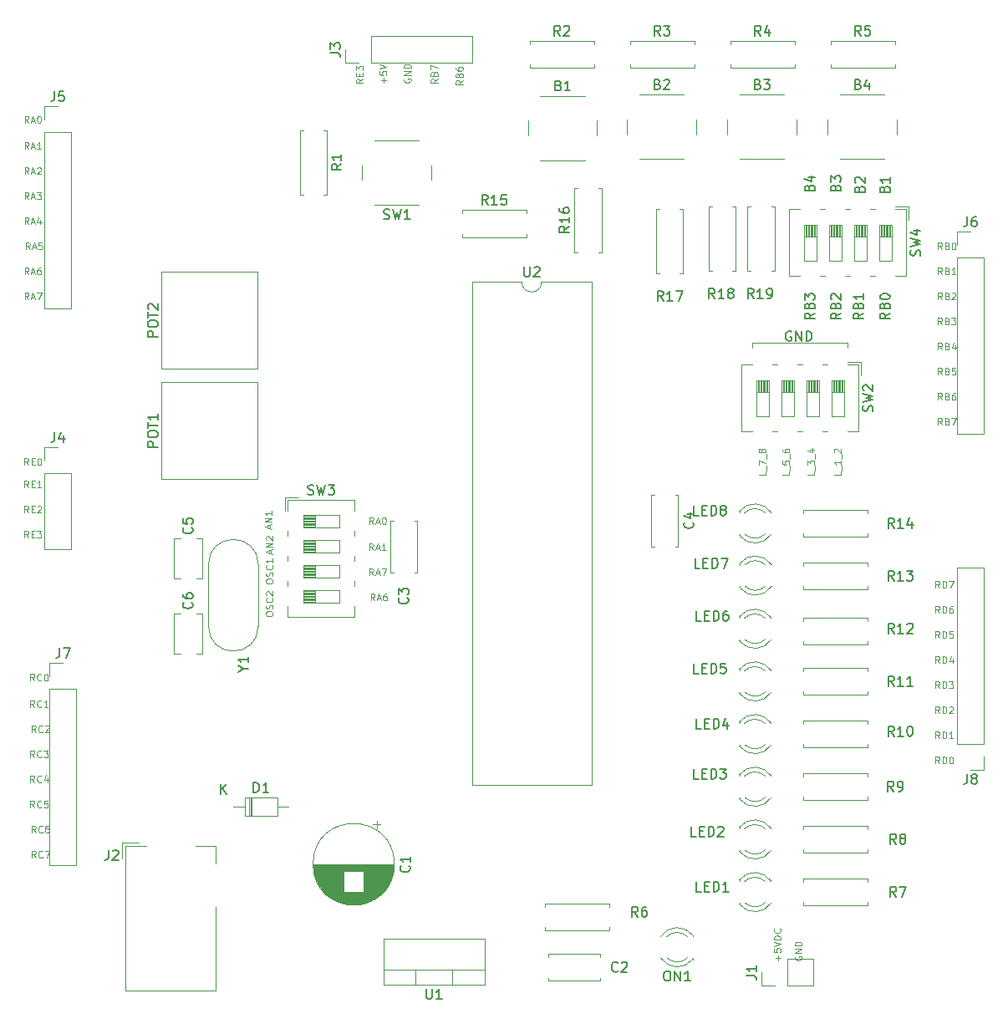
<source format=gbr>
%TF.GenerationSoftware,KiCad,Pcbnew,(5.1.8)-1*%
%TF.CreationDate,2021-11-24T15:28:43-03:00*%
%TF.ProjectId,pic18_base_board_03,70696331-385f-4626-9173-655f626f6172,rev?*%
%TF.SameCoordinates,Original*%
%TF.FileFunction,Legend,Top*%
%TF.FilePolarity,Positive*%
%FSLAX46Y46*%
G04 Gerber Fmt 4.6, Leading zero omitted, Abs format (unit mm)*
G04 Created by KiCad (PCBNEW (5.1.8)-1) date 2021-11-24 15:28:43*
%MOMM*%
%LPD*%
G01*
G04 APERTURE LIST*
%ADD10C,0.100000*%
%ADD11C,0.120000*%
%ADD12C,0.150000*%
G04 APERTURE END LIST*
D10*
X189144333Y-77151666D02*
X188911000Y-76818333D01*
X188744333Y-77151666D02*
X188744333Y-76451666D01*
X189011000Y-76451666D01*
X189077666Y-76485000D01*
X189111000Y-76518333D01*
X189144333Y-76585000D01*
X189144333Y-76685000D01*
X189111000Y-76751666D01*
X189077666Y-76785000D01*
X189011000Y-76818333D01*
X188744333Y-76818333D01*
X189677666Y-76785000D02*
X189777666Y-76818333D01*
X189811000Y-76851666D01*
X189844333Y-76918333D01*
X189844333Y-77018333D01*
X189811000Y-77085000D01*
X189777666Y-77118333D01*
X189711000Y-77151666D01*
X189444333Y-77151666D01*
X189444333Y-76451666D01*
X189677666Y-76451666D01*
X189744333Y-76485000D01*
X189777666Y-76518333D01*
X189811000Y-76585000D01*
X189811000Y-76651666D01*
X189777666Y-76718333D01*
X189744333Y-76751666D01*
X189677666Y-76785000D01*
X189444333Y-76785000D01*
X190511000Y-77151666D02*
X190111000Y-77151666D01*
X190311000Y-77151666D02*
X190311000Y-76451666D01*
X190244333Y-76551666D01*
X190177666Y-76618333D01*
X190111000Y-76651666D01*
D11*
X179578000Y-84074000D02*
X179578000Y-84582000D01*
X169926000Y-84074000D02*
X179578000Y-84074000D01*
X169926000Y-84582000D02*
X169926000Y-84074000D01*
D10*
X178878666Y-97122333D02*
X178878666Y-97455666D01*
X178178666Y-97455666D01*
X178945333Y-97055666D02*
X178945333Y-96522333D01*
X178878666Y-95989000D02*
X178878666Y-96389000D01*
X178878666Y-96189000D02*
X178178666Y-96189000D01*
X178278666Y-96255666D01*
X178345333Y-96322333D01*
X178378666Y-96389000D01*
X178945333Y-95855666D02*
X178945333Y-95322333D01*
X178245333Y-95189000D02*
X178212000Y-95155666D01*
X178178666Y-95089000D01*
X178178666Y-94922333D01*
X178212000Y-94855666D01*
X178245333Y-94822333D01*
X178312000Y-94789000D01*
X178378666Y-94789000D01*
X178478666Y-94822333D01*
X178878666Y-95222333D01*
X178878666Y-94789000D01*
X176211666Y-97122333D02*
X176211666Y-97455666D01*
X175511666Y-97455666D01*
X176278333Y-97055666D02*
X176278333Y-96522333D01*
X175511666Y-96422333D02*
X175511666Y-95989000D01*
X175778333Y-96222333D01*
X175778333Y-96122333D01*
X175811666Y-96055666D01*
X175845000Y-96022333D01*
X175911666Y-95989000D01*
X176078333Y-95989000D01*
X176145000Y-96022333D01*
X176178333Y-96055666D01*
X176211666Y-96122333D01*
X176211666Y-96322333D01*
X176178333Y-96389000D01*
X176145000Y-96422333D01*
X176278333Y-95855666D02*
X176278333Y-95322333D01*
X175745000Y-94855666D02*
X176211666Y-94855666D01*
X175478333Y-95022333D02*
X175978333Y-95189000D01*
X175978333Y-94755666D01*
X173671666Y-97122333D02*
X173671666Y-97455666D01*
X172971666Y-97455666D01*
X173738333Y-97055666D02*
X173738333Y-96522333D01*
X172971666Y-96022333D02*
X172971666Y-96355666D01*
X173305000Y-96389000D01*
X173271666Y-96355666D01*
X173238333Y-96289000D01*
X173238333Y-96122333D01*
X173271666Y-96055666D01*
X173305000Y-96022333D01*
X173371666Y-95989000D01*
X173538333Y-95989000D01*
X173605000Y-96022333D01*
X173638333Y-96055666D01*
X173671666Y-96122333D01*
X173671666Y-96289000D01*
X173638333Y-96355666D01*
X173605000Y-96389000D01*
X173738333Y-95855666D02*
X173738333Y-95322333D01*
X172971666Y-94855666D02*
X172971666Y-94989000D01*
X173005000Y-95055666D01*
X173038333Y-95089000D01*
X173138333Y-95155666D01*
X173271666Y-95189000D01*
X173538333Y-95189000D01*
X173605000Y-95155666D01*
X173638333Y-95122333D01*
X173671666Y-95055666D01*
X173671666Y-94922333D01*
X173638333Y-94855666D01*
X173605000Y-94822333D01*
X173538333Y-94789000D01*
X173371666Y-94789000D01*
X173305000Y-94822333D01*
X173271666Y-94855666D01*
X173238333Y-94922333D01*
X173238333Y-95055666D01*
X173271666Y-95122333D01*
X173305000Y-95155666D01*
X173371666Y-95189000D01*
X171258666Y-97122333D02*
X171258666Y-97455666D01*
X170558666Y-97455666D01*
X171325333Y-97055666D02*
X171325333Y-96522333D01*
X170558666Y-96422333D02*
X170558666Y-95955666D01*
X171258666Y-96255666D01*
X171325333Y-95855666D02*
X171325333Y-95322333D01*
X170858666Y-95055666D02*
X170825333Y-95122333D01*
X170792000Y-95155666D01*
X170725333Y-95189000D01*
X170692000Y-95189000D01*
X170625333Y-95155666D01*
X170592000Y-95122333D01*
X170558666Y-95055666D01*
X170558666Y-94922333D01*
X170592000Y-94855666D01*
X170625333Y-94822333D01*
X170692000Y-94789000D01*
X170725333Y-94789000D01*
X170792000Y-94822333D01*
X170825333Y-94855666D01*
X170858666Y-94922333D01*
X170858666Y-95055666D01*
X170892000Y-95122333D01*
X170925333Y-95155666D01*
X170992000Y-95189000D01*
X171125333Y-95189000D01*
X171192000Y-95155666D01*
X171225333Y-95122333D01*
X171258666Y-95055666D01*
X171258666Y-94922333D01*
X171225333Y-94855666D01*
X171192000Y-94822333D01*
X171125333Y-94789000D01*
X170992000Y-94789000D01*
X170925333Y-94822333D01*
X170892000Y-94855666D01*
X170858666Y-94922333D01*
D12*
X173863095Y-82939000D02*
X173767857Y-82891380D01*
X173625000Y-82891380D01*
X173482142Y-82939000D01*
X173386904Y-83034238D01*
X173339285Y-83129476D01*
X173291666Y-83319952D01*
X173291666Y-83462809D01*
X173339285Y-83653285D01*
X173386904Y-83748523D01*
X173482142Y-83843761D01*
X173625000Y-83891380D01*
X173720238Y-83891380D01*
X173863095Y-83843761D01*
X173910714Y-83796142D01*
X173910714Y-83462809D01*
X173720238Y-83462809D01*
X174339285Y-83891380D02*
X174339285Y-82891380D01*
X174910714Y-83891380D01*
X174910714Y-82891380D01*
X175386904Y-83891380D02*
X175386904Y-82891380D01*
X175625000Y-82891380D01*
X175767857Y-82939000D01*
X175863095Y-83034238D01*
X175910714Y-83129476D01*
X175958333Y-83319952D01*
X175958333Y-83462809D01*
X175910714Y-83653285D01*
X175863095Y-83748523D01*
X175767857Y-83843761D01*
X175625000Y-83891380D01*
X175386904Y-83891380D01*
D10*
X140575466Y-57476966D02*
X140242133Y-57710300D01*
X140575466Y-57876966D02*
X139875466Y-57876966D01*
X139875466Y-57610300D01*
X139908800Y-57543633D01*
X139942133Y-57510300D01*
X140008800Y-57476966D01*
X140108800Y-57476966D01*
X140175466Y-57510300D01*
X140208800Y-57543633D01*
X140242133Y-57610300D01*
X140242133Y-57876966D01*
X140208800Y-56943633D02*
X140242133Y-56843633D01*
X140275466Y-56810300D01*
X140342133Y-56776966D01*
X140442133Y-56776966D01*
X140508800Y-56810300D01*
X140542133Y-56843633D01*
X140575466Y-56910300D01*
X140575466Y-57176966D01*
X139875466Y-57176966D01*
X139875466Y-56943633D01*
X139908800Y-56876966D01*
X139942133Y-56843633D01*
X140008800Y-56810300D01*
X140075466Y-56810300D01*
X140142133Y-56843633D01*
X140175466Y-56876966D01*
X140208800Y-56943633D01*
X140208800Y-57176966D01*
X139875466Y-56176966D02*
X139875466Y-56310300D01*
X139908800Y-56376966D01*
X139942133Y-56410300D01*
X140042133Y-56476966D01*
X140175466Y-56510300D01*
X140442133Y-56510300D01*
X140508800Y-56476966D01*
X140542133Y-56443633D01*
X140575466Y-56376966D01*
X140575466Y-56243633D01*
X140542133Y-56176966D01*
X140508800Y-56143633D01*
X140442133Y-56110300D01*
X140275466Y-56110300D01*
X140208800Y-56143633D01*
X140175466Y-56176966D01*
X140142133Y-56243633D01*
X140142133Y-56376966D01*
X140175466Y-56443633D01*
X140208800Y-56476966D01*
X140275466Y-56510300D01*
X138048166Y-57324566D02*
X137714833Y-57557900D01*
X138048166Y-57724566D02*
X137348166Y-57724566D01*
X137348166Y-57457900D01*
X137381500Y-57391233D01*
X137414833Y-57357900D01*
X137481500Y-57324566D01*
X137581500Y-57324566D01*
X137648166Y-57357900D01*
X137681500Y-57391233D01*
X137714833Y-57457900D01*
X137714833Y-57724566D01*
X137681500Y-56791233D02*
X137714833Y-56691233D01*
X137748166Y-56657900D01*
X137814833Y-56624566D01*
X137914833Y-56624566D01*
X137981500Y-56657900D01*
X138014833Y-56691233D01*
X138048166Y-56757900D01*
X138048166Y-57024566D01*
X137348166Y-57024566D01*
X137348166Y-56791233D01*
X137381500Y-56724566D01*
X137414833Y-56691233D01*
X137481500Y-56657900D01*
X137548166Y-56657900D01*
X137614833Y-56691233D01*
X137648166Y-56724566D01*
X137681500Y-56791233D01*
X137681500Y-57024566D01*
X137348166Y-56391233D02*
X137348166Y-55924566D01*
X138048166Y-56224566D01*
X134663700Y-57302333D02*
X134630366Y-57369000D01*
X134630366Y-57469000D01*
X134663700Y-57569000D01*
X134730366Y-57635666D01*
X134797033Y-57669000D01*
X134930366Y-57702333D01*
X135030366Y-57702333D01*
X135163700Y-57669000D01*
X135230366Y-57635666D01*
X135297033Y-57569000D01*
X135330366Y-57469000D01*
X135330366Y-57402333D01*
X135297033Y-57302333D01*
X135263700Y-57269000D01*
X135030366Y-57269000D01*
X135030366Y-57402333D01*
X135330366Y-56969000D02*
X134630366Y-56969000D01*
X135330366Y-56569000D01*
X134630366Y-56569000D01*
X135330366Y-56235666D02*
X134630366Y-56235666D01*
X134630366Y-56069000D01*
X134663700Y-55969000D01*
X134730366Y-55902333D01*
X134797033Y-55869000D01*
X134930366Y-55835666D01*
X135030366Y-55835666D01*
X135163700Y-55869000D01*
X135230366Y-55902333D01*
X135297033Y-55969000D01*
X135330366Y-56069000D01*
X135330366Y-56235666D01*
X132599900Y-57757900D02*
X132599900Y-57224566D01*
X132866566Y-57491233D02*
X132333233Y-57491233D01*
X132166566Y-56557900D02*
X132166566Y-56891233D01*
X132499900Y-56924566D01*
X132466566Y-56891233D01*
X132433233Y-56824566D01*
X132433233Y-56657900D01*
X132466566Y-56591233D01*
X132499900Y-56557900D01*
X132566566Y-56524566D01*
X132733233Y-56524566D01*
X132799900Y-56557900D01*
X132833233Y-56591233D01*
X132866566Y-56657900D01*
X132866566Y-56824566D01*
X132833233Y-56891233D01*
X132799900Y-56924566D01*
X132166566Y-56324566D02*
X132866566Y-56091233D01*
X132166566Y-55857900D01*
X130491666Y-57329333D02*
X130158333Y-57562666D01*
X130491666Y-57729333D02*
X129791666Y-57729333D01*
X129791666Y-57462666D01*
X129825000Y-57396000D01*
X129858333Y-57362666D01*
X129925000Y-57329333D01*
X130025000Y-57329333D01*
X130091666Y-57362666D01*
X130125000Y-57396000D01*
X130158333Y-57462666D01*
X130158333Y-57729333D01*
X130125000Y-57029333D02*
X130125000Y-56796000D01*
X130491666Y-56696000D02*
X130491666Y-57029333D01*
X129791666Y-57029333D01*
X129791666Y-56696000D01*
X129791666Y-56462666D02*
X129791666Y-56029333D01*
X130058333Y-56262666D01*
X130058333Y-56162666D01*
X130091666Y-56096000D01*
X130125000Y-56062666D01*
X130191666Y-56029333D01*
X130358333Y-56029333D01*
X130425000Y-56062666D01*
X130458333Y-56096000D01*
X130491666Y-56162666D01*
X130491666Y-56362666D01*
X130458333Y-56429333D01*
X130425000Y-56462666D01*
X131536333Y-107631666D02*
X131303000Y-107298333D01*
X131136333Y-107631666D02*
X131136333Y-106931666D01*
X131403000Y-106931666D01*
X131469666Y-106965000D01*
X131503000Y-106998333D01*
X131536333Y-107065000D01*
X131536333Y-107165000D01*
X131503000Y-107231666D01*
X131469666Y-107265000D01*
X131403000Y-107298333D01*
X131136333Y-107298333D01*
X131803000Y-107431666D02*
X132136333Y-107431666D01*
X131736333Y-107631666D02*
X131969666Y-106931666D01*
X132203000Y-107631666D01*
X132369666Y-106931666D02*
X132836333Y-106931666D01*
X132536333Y-107631666D01*
X131536333Y-105091666D02*
X131303000Y-104758333D01*
X131136333Y-105091666D02*
X131136333Y-104391666D01*
X131403000Y-104391666D01*
X131469666Y-104425000D01*
X131503000Y-104458333D01*
X131536333Y-104525000D01*
X131536333Y-104625000D01*
X131503000Y-104691666D01*
X131469666Y-104725000D01*
X131403000Y-104758333D01*
X131136333Y-104758333D01*
X131803000Y-104891666D02*
X132136333Y-104891666D01*
X131736333Y-105091666D02*
X131969666Y-104391666D01*
X132203000Y-105091666D01*
X132803000Y-105091666D02*
X132403000Y-105091666D01*
X132603000Y-105091666D02*
X132603000Y-104391666D01*
X132536333Y-104491666D01*
X132469666Y-104558333D01*
X132403000Y-104591666D01*
X131536333Y-102424666D02*
X131303000Y-102091333D01*
X131136333Y-102424666D02*
X131136333Y-101724666D01*
X131403000Y-101724666D01*
X131469666Y-101758000D01*
X131503000Y-101791333D01*
X131536333Y-101858000D01*
X131536333Y-101958000D01*
X131503000Y-102024666D01*
X131469666Y-102058000D01*
X131403000Y-102091333D01*
X131136333Y-102091333D01*
X131803000Y-102224666D02*
X132136333Y-102224666D01*
X131736333Y-102424666D02*
X131969666Y-101724666D01*
X132203000Y-102424666D01*
X132569666Y-101724666D02*
X132636333Y-101724666D01*
X132703000Y-101758000D01*
X132736333Y-101791333D01*
X132769666Y-101858000D01*
X132803000Y-101991333D01*
X132803000Y-102158000D01*
X132769666Y-102291333D01*
X132736333Y-102358000D01*
X132703000Y-102391333D01*
X132636333Y-102424666D01*
X132569666Y-102424666D01*
X132503000Y-102391333D01*
X132469666Y-102358000D01*
X132436333Y-102291333D01*
X132403000Y-102158000D01*
X132403000Y-101991333D01*
X132436333Y-101858000D01*
X132469666Y-101791333D01*
X132503000Y-101758000D01*
X132569666Y-101724666D01*
X131663333Y-110171666D02*
X131430000Y-109838333D01*
X131263333Y-110171666D02*
X131263333Y-109471666D01*
X131530000Y-109471666D01*
X131596666Y-109505000D01*
X131630000Y-109538333D01*
X131663333Y-109605000D01*
X131663333Y-109705000D01*
X131630000Y-109771666D01*
X131596666Y-109805000D01*
X131530000Y-109838333D01*
X131263333Y-109838333D01*
X131930000Y-109971666D02*
X132263333Y-109971666D01*
X131863333Y-110171666D02*
X132096666Y-109471666D01*
X132330000Y-110171666D01*
X132863333Y-109471666D02*
X132730000Y-109471666D01*
X132663333Y-109505000D01*
X132630000Y-109538333D01*
X132563333Y-109638333D01*
X132530000Y-109771666D01*
X132530000Y-110038333D01*
X132563333Y-110105000D01*
X132596666Y-110138333D01*
X132663333Y-110171666D01*
X132796666Y-110171666D01*
X132863333Y-110138333D01*
X132896666Y-110105000D01*
X132930000Y-110038333D01*
X132930000Y-109871666D01*
X132896666Y-109805000D01*
X132863333Y-109771666D01*
X132796666Y-109738333D01*
X132663333Y-109738333D01*
X132596666Y-109771666D01*
X132563333Y-109805000D01*
X132530000Y-109871666D01*
X121020666Y-102847666D02*
X121020666Y-102514333D01*
X121220666Y-102914333D02*
X120520666Y-102681000D01*
X121220666Y-102447666D01*
X121220666Y-102214333D02*
X120520666Y-102214333D01*
X121220666Y-101814333D01*
X120520666Y-101814333D01*
X121220666Y-101114333D02*
X121220666Y-101514333D01*
X121220666Y-101314333D02*
X120520666Y-101314333D01*
X120620666Y-101381000D01*
X120687333Y-101447666D01*
X120720666Y-101514333D01*
X121147666Y-105387666D02*
X121147666Y-105054333D01*
X121347666Y-105454333D02*
X120647666Y-105221000D01*
X121347666Y-104987666D01*
X121347666Y-104754333D02*
X120647666Y-104754333D01*
X121347666Y-104354333D01*
X120647666Y-104354333D01*
X120714333Y-104054333D02*
X120681000Y-104021000D01*
X120647666Y-103954333D01*
X120647666Y-103787666D01*
X120681000Y-103721000D01*
X120714333Y-103687666D01*
X120781000Y-103654333D01*
X120847666Y-103654333D01*
X120947666Y-103687666D01*
X121347666Y-104087666D01*
X121347666Y-103654333D01*
X120647666Y-108271333D02*
X120647666Y-108138000D01*
X120681000Y-108071333D01*
X120747666Y-108004666D01*
X120881000Y-107971333D01*
X121114333Y-107971333D01*
X121247666Y-108004666D01*
X121314333Y-108071333D01*
X121347666Y-108138000D01*
X121347666Y-108271333D01*
X121314333Y-108338000D01*
X121247666Y-108404666D01*
X121114333Y-108438000D01*
X120881000Y-108438000D01*
X120747666Y-108404666D01*
X120681000Y-108338000D01*
X120647666Y-108271333D01*
X121314333Y-107704666D02*
X121347666Y-107604666D01*
X121347666Y-107438000D01*
X121314333Y-107371333D01*
X121281000Y-107338000D01*
X121214333Y-107304666D01*
X121147666Y-107304666D01*
X121081000Y-107338000D01*
X121047666Y-107371333D01*
X121014333Y-107438000D01*
X120981000Y-107571333D01*
X120947666Y-107638000D01*
X120914333Y-107671333D01*
X120847666Y-107704666D01*
X120781000Y-107704666D01*
X120714333Y-107671333D01*
X120681000Y-107638000D01*
X120647666Y-107571333D01*
X120647666Y-107404666D01*
X120681000Y-107304666D01*
X121281000Y-106604666D02*
X121314333Y-106638000D01*
X121347666Y-106738000D01*
X121347666Y-106804666D01*
X121314333Y-106904666D01*
X121247666Y-106971333D01*
X121181000Y-107004666D01*
X121047666Y-107038000D01*
X120947666Y-107038000D01*
X120814333Y-107004666D01*
X120747666Y-106971333D01*
X120681000Y-106904666D01*
X120647666Y-106804666D01*
X120647666Y-106738000D01*
X120681000Y-106638000D01*
X120714333Y-106604666D01*
X121347666Y-105938000D02*
X121347666Y-106338000D01*
X121347666Y-106138000D02*
X120647666Y-106138000D01*
X120747666Y-106204666D01*
X120814333Y-106271333D01*
X120847666Y-106338000D01*
X120647666Y-111573333D02*
X120647666Y-111440000D01*
X120681000Y-111373333D01*
X120747666Y-111306666D01*
X120881000Y-111273333D01*
X121114333Y-111273333D01*
X121247666Y-111306666D01*
X121314333Y-111373333D01*
X121347666Y-111440000D01*
X121347666Y-111573333D01*
X121314333Y-111640000D01*
X121247666Y-111706666D01*
X121114333Y-111740000D01*
X120881000Y-111740000D01*
X120747666Y-111706666D01*
X120681000Y-111640000D01*
X120647666Y-111573333D01*
X121314333Y-111006666D02*
X121347666Y-110906666D01*
X121347666Y-110740000D01*
X121314333Y-110673333D01*
X121281000Y-110640000D01*
X121214333Y-110606666D01*
X121147666Y-110606666D01*
X121081000Y-110640000D01*
X121047666Y-110673333D01*
X121014333Y-110740000D01*
X120981000Y-110873333D01*
X120947666Y-110940000D01*
X120914333Y-110973333D01*
X120847666Y-111006666D01*
X120781000Y-111006666D01*
X120714333Y-110973333D01*
X120681000Y-110940000D01*
X120647666Y-110873333D01*
X120647666Y-110706666D01*
X120681000Y-110606666D01*
X121281000Y-109906666D02*
X121314333Y-109940000D01*
X121347666Y-110040000D01*
X121347666Y-110106666D01*
X121314333Y-110206666D01*
X121247666Y-110273333D01*
X121181000Y-110306666D01*
X121047666Y-110340000D01*
X120947666Y-110340000D01*
X120814333Y-110306666D01*
X120747666Y-110273333D01*
X120681000Y-110206666D01*
X120647666Y-110106666D01*
X120647666Y-110040000D01*
X120681000Y-109940000D01*
X120714333Y-109906666D01*
X120714333Y-109640000D02*
X120681000Y-109606666D01*
X120647666Y-109540000D01*
X120647666Y-109373333D01*
X120681000Y-109306666D01*
X120714333Y-109273333D01*
X120781000Y-109240000D01*
X120847666Y-109240000D01*
X120947666Y-109273333D01*
X121347666Y-109673333D01*
X121347666Y-109240000D01*
X96611333Y-77151666D02*
X96378000Y-76818333D01*
X96211333Y-77151666D02*
X96211333Y-76451666D01*
X96478000Y-76451666D01*
X96544666Y-76485000D01*
X96578000Y-76518333D01*
X96611333Y-76585000D01*
X96611333Y-76685000D01*
X96578000Y-76751666D01*
X96544666Y-76785000D01*
X96478000Y-76818333D01*
X96211333Y-76818333D01*
X96878000Y-76951666D02*
X97211333Y-76951666D01*
X96811333Y-77151666D02*
X97044666Y-76451666D01*
X97278000Y-77151666D01*
X97811333Y-76451666D02*
X97678000Y-76451666D01*
X97611333Y-76485000D01*
X97578000Y-76518333D01*
X97511333Y-76618333D01*
X97478000Y-76751666D01*
X97478000Y-77018333D01*
X97511333Y-77085000D01*
X97544666Y-77118333D01*
X97611333Y-77151666D01*
X97744666Y-77151666D01*
X97811333Y-77118333D01*
X97844666Y-77085000D01*
X97878000Y-77018333D01*
X97878000Y-76851666D01*
X97844666Y-76785000D01*
X97811333Y-76751666D01*
X97744666Y-76718333D01*
X97611333Y-76718333D01*
X97544666Y-76751666D01*
X97511333Y-76785000D01*
X97478000Y-76851666D01*
X96611333Y-66991666D02*
X96378000Y-66658333D01*
X96211333Y-66991666D02*
X96211333Y-66291666D01*
X96478000Y-66291666D01*
X96544666Y-66325000D01*
X96578000Y-66358333D01*
X96611333Y-66425000D01*
X96611333Y-66525000D01*
X96578000Y-66591666D01*
X96544666Y-66625000D01*
X96478000Y-66658333D01*
X96211333Y-66658333D01*
X96878000Y-66791666D02*
X97211333Y-66791666D01*
X96811333Y-66991666D02*
X97044666Y-66291666D01*
X97278000Y-66991666D01*
X97478000Y-66358333D02*
X97511333Y-66325000D01*
X97578000Y-66291666D01*
X97744666Y-66291666D01*
X97811333Y-66325000D01*
X97844666Y-66358333D01*
X97878000Y-66425000D01*
X97878000Y-66491666D01*
X97844666Y-66591666D01*
X97444666Y-66991666D01*
X97878000Y-66991666D01*
X96611333Y-69531666D02*
X96378000Y-69198333D01*
X96211333Y-69531666D02*
X96211333Y-68831666D01*
X96478000Y-68831666D01*
X96544666Y-68865000D01*
X96578000Y-68898333D01*
X96611333Y-68965000D01*
X96611333Y-69065000D01*
X96578000Y-69131666D01*
X96544666Y-69165000D01*
X96478000Y-69198333D01*
X96211333Y-69198333D01*
X96878000Y-69331666D02*
X97211333Y-69331666D01*
X96811333Y-69531666D02*
X97044666Y-68831666D01*
X97278000Y-69531666D01*
X97444666Y-68831666D02*
X97878000Y-68831666D01*
X97644666Y-69098333D01*
X97744666Y-69098333D01*
X97811333Y-69131666D01*
X97844666Y-69165000D01*
X97878000Y-69231666D01*
X97878000Y-69398333D01*
X97844666Y-69465000D01*
X97811333Y-69498333D01*
X97744666Y-69531666D01*
X97544666Y-69531666D01*
X97478000Y-69498333D01*
X97444666Y-69465000D01*
X96611333Y-79691666D02*
X96378000Y-79358333D01*
X96211333Y-79691666D02*
X96211333Y-78991666D01*
X96478000Y-78991666D01*
X96544666Y-79025000D01*
X96578000Y-79058333D01*
X96611333Y-79125000D01*
X96611333Y-79225000D01*
X96578000Y-79291666D01*
X96544666Y-79325000D01*
X96478000Y-79358333D01*
X96211333Y-79358333D01*
X96878000Y-79491666D02*
X97211333Y-79491666D01*
X96811333Y-79691666D02*
X97044666Y-78991666D01*
X97278000Y-79691666D01*
X97444666Y-78991666D02*
X97911333Y-78991666D01*
X97611333Y-79691666D01*
X96611333Y-64451666D02*
X96378000Y-64118333D01*
X96211333Y-64451666D02*
X96211333Y-63751666D01*
X96478000Y-63751666D01*
X96544666Y-63785000D01*
X96578000Y-63818333D01*
X96611333Y-63885000D01*
X96611333Y-63985000D01*
X96578000Y-64051666D01*
X96544666Y-64085000D01*
X96478000Y-64118333D01*
X96211333Y-64118333D01*
X96878000Y-64251666D02*
X97211333Y-64251666D01*
X96811333Y-64451666D02*
X97044666Y-63751666D01*
X97278000Y-64451666D01*
X97878000Y-64451666D02*
X97478000Y-64451666D01*
X97678000Y-64451666D02*
X97678000Y-63751666D01*
X97611333Y-63851666D01*
X97544666Y-63918333D01*
X97478000Y-63951666D01*
X96738333Y-74611666D02*
X96505000Y-74278333D01*
X96338333Y-74611666D02*
X96338333Y-73911666D01*
X96605000Y-73911666D01*
X96671666Y-73945000D01*
X96705000Y-73978333D01*
X96738333Y-74045000D01*
X96738333Y-74145000D01*
X96705000Y-74211666D01*
X96671666Y-74245000D01*
X96605000Y-74278333D01*
X96338333Y-74278333D01*
X97005000Y-74411666D02*
X97338333Y-74411666D01*
X96938333Y-74611666D02*
X97171666Y-73911666D01*
X97405000Y-74611666D01*
X97971666Y-73911666D02*
X97638333Y-73911666D01*
X97605000Y-74245000D01*
X97638333Y-74211666D01*
X97705000Y-74178333D01*
X97871666Y-74178333D01*
X97938333Y-74211666D01*
X97971666Y-74245000D01*
X98005000Y-74311666D01*
X98005000Y-74478333D01*
X97971666Y-74545000D01*
X97938333Y-74578333D01*
X97871666Y-74611666D01*
X97705000Y-74611666D01*
X97638333Y-74578333D01*
X97605000Y-74545000D01*
X96611333Y-61784666D02*
X96378000Y-61451333D01*
X96211333Y-61784666D02*
X96211333Y-61084666D01*
X96478000Y-61084666D01*
X96544666Y-61118000D01*
X96578000Y-61151333D01*
X96611333Y-61218000D01*
X96611333Y-61318000D01*
X96578000Y-61384666D01*
X96544666Y-61418000D01*
X96478000Y-61451333D01*
X96211333Y-61451333D01*
X96878000Y-61584666D02*
X97211333Y-61584666D01*
X96811333Y-61784666D02*
X97044666Y-61084666D01*
X97278000Y-61784666D01*
X97644666Y-61084666D02*
X97711333Y-61084666D01*
X97778000Y-61118000D01*
X97811333Y-61151333D01*
X97844666Y-61218000D01*
X97878000Y-61351333D01*
X97878000Y-61518000D01*
X97844666Y-61651333D01*
X97811333Y-61718000D01*
X97778000Y-61751333D01*
X97711333Y-61784666D01*
X97644666Y-61784666D01*
X97578000Y-61751333D01*
X97544666Y-61718000D01*
X97511333Y-61651333D01*
X97478000Y-61518000D01*
X97478000Y-61351333D01*
X97511333Y-61218000D01*
X97544666Y-61151333D01*
X97578000Y-61118000D01*
X97644666Y-61084666D01*
X96611333Y-72071666D02*
X96378000Y-71738333D01*
X96211333Y-72071666D02*
X96211333Y-71371666D01*
X96478000Y-71371666D01*
X96544666Y-71405000D01*
X96578000Y-71438333D01*
X96611333Y-71505000D01*
X96611333Y-71605000D01*
X96578000Y-71671666D01*
X96544666Y-71705000D01*
X96478000Y-71738333D01*
X96211333Y-71738333D01*
X96878000Y-71871666D02*
X97211333Y-71871666D01*
X96811333Y-72071666D02*
X97044666Y-71371666D01*
X97278000Y-72071666D01*
X97811333Y-71605000D02*
X97811333Y-72071666D01*
X97644666Y-71338333D02*
X97478000Y-71838333D01*
X97911333Y-71838333D01*
X96594666Y-101281666D02*
X96361333Y-100948333D01*
X96194666Y-101281666D02*
X96194666Y-100581666D01*
X96461333Y-100581666D01*
X96528000Y-100615000D01*
X96561333Y-100648333D01*
X96594666Y-100715000D01*
X96594666Y-100815000D01*
X96561333Y-100881666D01*
X96528000Y-100915000D01*
X96461333Y-100948333D01*
X96194666Y-100948333D01*
X96894666Y-100915000D02*
X97128000Y-100915000D01*
X97228000Y-101281666D02*
X96894666Y-101281666D01*
X96894666Y-100581666D01*
X97228000Y-100581666D01*
X97494666Y-100648333D02*
X97528000Y-100615000D01*
X97594666Y-100581666D01*
X97761333Y-100581666D01*
X97828000Y-100615000D01*
X97861333Y-100648333D01*
X97894666Y-100715000D01*
X97894666Y-100781666D01*
X97861333Y-100881666D01*
X97461333Y-101281666D01*
X97894666Y-101281666D01*
X96594666Y-103821666D02*
X96361333Y-103488333D01*
X96194666Y-103821666D02*
X96194666Y-103121666D01*
X96461333Y-103121666D01*
X96528000Y-103155000D01*
X96561333Y-103188333D01*
X96594666Y-103255000D01*
X96594666Y-103355000D01*
X96561333Y-103421666D01*
X96528000Y-103455000D01*
X96461333Y-103488333D01*
X96194666Y-103488333D01*
X96894666Y-103455000D02*
X97128000Y-103455000D01*
X97228000Y-103821666D02*
X96894666Y-103821666D01*
X96894666Y-103121666D01*
X97228000Y-103121666D01*
X97461333Y-103121666D02*
X97894666Y-103121666D01*
X97661333Y-103388333D01*
X97761333Y-103388333D01*
X97828000Y-103421666D01*
X97861333Y-103455000D01*
X97894666Y-103521666D01*
X97894666Y-103688333D01*
X97861333Y-103755000D01*
X97828000Y-103788333D01*
X97761333Y-103821666D01*
X97561333Y-103821666D01*
X97494666Y-103788333D01*
X97461333Y-103755000D01*
X96594666Y-98741666D02*
X96361333Y-98408333D01*
X96194666Y-98741666D02*
X96194666Y-98041666D01*
X96461333Y-98041666D01*
X96528000Y-98075000D01*
X96561333Y-98108333D01*
X96594666Y-98175000D01*
X96594666Y-98275000D01*
X96561333Y-98341666D01*
X96528000Y-98375000D01*
X96461333Y-98408333D01*
X96194666Y-98408333D01*
X96894666Y-98375000D02*
X97128000Y-98375000D01*
X97228000Y-98741666D02*
X96894666Y-98741666D01*
X96894666Y-98041666D01*
X97228000Y-98041666D01*
X97894666Y-98741666D02*
X97494666Y-98741666D01*
X97694666Y-98741666D02*
X97694666Y-98041666D01*
X97628000Y-98141666D01*
X97561333Y-98208333D01*
X97494666Y-98241666D01*
X96594666Y-96455666D02*
X96361333Y-96122333D01*
X96194666Y-96455666D02*
X96194666Y-95755666D01*
X96461333Y-95755666D01*
X96528000Y-95789000D01*
X96561333Y-95822333D01*
X96594666Y-95889000D01*
X96594666Y-95989000D01*
X96561333Y-96055666D01*
X96528000Y-96089000D01*
X96461333Y-96122333D01*
X96194666Y-96122333D01*
X96894666Y-96089000D02*
X97128000Y-96089000D01*
X97228000Y-96455666D02*
X96894666Y-96455666D01*
X96894666Y-95755666D01*
X97228000Y-95755666D01*
X97661333Y-95755666D02*
X97728000Y-95755666D01*
X97794666Y-95789000D01*
X97828000Y-95822333D01*
X97861333Y-95889000D01*
X97894666Y-96022333D01*
X97894666Y-96189000D01*
X97861333Y-96322333D01*
X97828000Y-96389000D01*
X97794666Y-96422333D01*
X97728000Y-96455666D01*
X97661333Y-96455666D01*
X97594666Y-96422333D01*
X97561333Y-96389000D01*
X97528000Y-96322333D01*
X97494666Y-96189000D01*
X97494666Y-96022333D01*
X97528000Y-95889000D01*
X97561333Y-95822333D01*
X97594666Y-95789000D01*
X97661333Y-95755666D01*
X97196333Y-131126666D02*
X96963000Y-130793333D01*
X96796333Y-131126666D02*
X96796333Y-130426666D01*
X97063000Y-130426666D01*
X97129666Y-130460000D01*
X97163000Y-130493333D01*
X97196333Y-130560000D01*
X97196333Y-130660000D01*
X97163000Y-130726666D01*
X97129666Y-130760000D01*
X97063000Y-130793333D01*
X96796333Y-130793333D01*
X97896333Y-131060000D02*
X97863000Y-131093333D01*
X97763000Y-131126666D01*
X97696333Y-131126666D01*
X97596333Y-131093333D01*
X97529666Y-131026666D01*
X97496333Y-130960000D01*
X97463000Y-130826666D01*
X97463000Y-130726666D01*
X97496333Y-130593333D01*
X97529666Y-130526666D01*
X97596333Y-130460000D01*
X97696333Y-130426666D01*
X97763000Y-130426666D01*
X97863000Y-130460000D01*
X97896333Y-130493333D01*
X98529666Y-130426666D02*
X98196333Y-130426666D01*
X98163000Y-130760000D01*
X98196333Y-130726666D01*
X98263000Y-130693333D01*
X98429666Y-130693333D01*
X98496333Y-130726666D01*
X98529666Y-130760000D01*
X98563000Y-130826666D01*
X98563000Y-130993333D01*
X98529666Y-131060000D01*
X98496333Y-131093333D01*
X98429666Y-131126666D01*
X98263000Y-131126666D01*
X98196333Y-131093333D01*
X98163000Y-131060000D01*
X97196333Y-118299666D02*
X96963000Y-117966333D01*
X96796333Y-118299666D02*
X96796333Y-117599666D01*
X97063000Y-117599666D01*
X97129666Y-117633000D01*
X97163000Y-117666333D01*
X97196333Y-117733000D01*
X97196333Y-117833000D01*
X97163000Y-117899666D01*
X97129666Y-117933000D01*
X97063000Y-117966333D01*
X96796333Y-117966333D01*
X97896333Y-118233000D02*
X97863000Y-118266333D01*
X97763000Y-118299666D01*
X97696333Y-118299666D01*
X97596333Y-118266333D01*
X97529666Y-118199666D01*
X97496333Y-118133000D01*
X97463000Y-117999666D01*
X97463000Y-117899666D01*
X97496333Y-117766333D01*
X97529666Y-117699666D01*
X97596333Y-117633000D01*
X97696333Y-117599666D01*
X97763000Y-117599666D01*
X97863000Y-117633000D01*
X97896333Y-117666333D01*
X98329666Y-117599666D02*
X98396333Y-117599666D01*
X98463000Y-117633000D01*
X98496333Y-117666333D01*
X98529666Y-117733000D01*
X98563000Y-117866333D01*
X98563000Y-118033000D01*
X98529666Y-118166333D01*
X98496333Y-118233000D01*
X98463000Y-118266333D01*
X98396333Y-118299666D01*
X98329666Y-118299666D01*
X98263000Y-118266333D01*
X98229666Y-118233000D01*
X98196333Y-118166333D01*
X98163000Y-118033000D01*
X98163000Y-117866333D01*
X98196333Y-117733000D01*
X98229666Y-117666333D01*
X98263000Y-117633000D01*
X98329666Y-117599666D01*
X97196333Y-120966666D02*
X96963000Y-120633333D01*
X96796333Y-120966666D02*
X96796333Y-120266666D01*
X97063000Y-120266666D01*
X97129666Y-120300000D01*
X97163000Y-120333333D01*
X97196333Y-120400000D01*
X97196333Y-120500000D01*
X97163000Y-120566666D01*
X97129666Y-120600000D01*
X97063000Y-120633333D01*
X96796333Y-120633333D01*
X97896333Y-120900000D02*
X97863000Y-120933333D01*
X97763000Y-120966666D01*
X97696333Y-120966666D01*
X97596333Y-120933333D01*
X97529666Y-120866666D01*
X97496333Y-120800000D01*
X97463000Y-120666666D01*
X97463000Y-120566666D01*
X97496333Y-120433333D01*
X97529666Y-120366666D01*
X97596333Y-120300000D01*
X97696333Y-120266666D01*
X97763000Y-120266666D01*
X97863000Y-120300000D01*
X97896333Y-120333333D01*
X98563000Y-120966666D02*
X98163000Y-120966666D01*
X98363000Y-120966666D02*
X98363000Y-120266666D01*
X98296333Y-120366666D01*
X98229666Y-120433333D01*
X98163000Y-120466666D01*
X97323333Y-136206666D02*
X97090000Y-135873333D01*
X96923333Y-136206666D02*
X96923333Y-135506666D01*
X97190000Y-135506666D01*
X97256666Y-135540000D01*
X97290000Y-135573333D01*
X97323333Y-135640000D01*
X97323333Y-135740000D01*
X97290000Y-135806666D01*
X97256666Y-135840000D01*
X97190000Y-135873333D01*
X96923333Y-135873333D01*
X98023333Y-136140000D02*
X97990000Y-136173333D01*
X97890000Y-136206666D01*
X97823333Y-136206666D01*
X97723333Y-136173333D01*
X97656666Y-136106666D01*
X97623333Y-136040000D01*
X97590000Y-135906666D01*
X97590000Y-135806666D01*
X97623333Y-135673333D01*
X97656666Y-135606666D01*
X97723333Y-135540000D01*
X97823333Y-135506666D01*
X97890000Y-135506666D01*
X97990000Y-135540000D01*
X98023333Y-135573333D01*
X98256666Y-135506666D02*
X98723333Y-135506666D01*
X98423333Y-136206666D01*
X97323333Y-133666666D02*
X97090000Y-133333333D01*
X96923333Y-133666666D02*
X96923333Y-132966666D01*
X97190000Y-132966666D01*
X97256666Y-133000000D01*
X97290000Y-133033333D01*
X97323333Y-133100000D01*
X97323333Y-133200000D01*
X97290000Y-133266666D01*
X97256666Y-133300000D01*
X97190000Y-133333333D01*
X96923333Y-133333333D01*
X98023333Y-133600000D02*
X97990000Y-133633333D01*
X97890000Y-133666666D01*
X97823333Y-133666666D01*
X97723333Y-133633333D01*
X97656666Y-133566666D01*
X97623333Y-133500000D01*
X97590000Y-133366666D01*
X97590000Y-133266666D01*
X97623333Y-133133333D01*
X97656666Y-133066666D01*
X97723333Y-133000000D01*
X97823333Y-132966666D01*
X97890000Y-132966666D01*
X97990000Y-133000000D01*
X98023333Y-133033333D01*
X98623333Y-132966666D02*
X98490000Y-132966666D01*
X98423333Y-133000000D01*
X98390000Y-133033333D01*
X98323333Y-133133333D01*
X98290000Y-133266666D01*
X98290000Y-133533333D01*
X98323333Y-133600000D01*
X98356666Y-133633333D01*
X98423333Y-133666666D01*
X98556666Y-133666666D01*
X98623333Y-133633333D01*
X98656666Y-133600000D01*
X98690000Y-133533333D01*
X98690000Y-133366666D01*
X98656666Y-133300000D01*
X98623333Y-133266666D01*
X98556666Y-133233333D01*
X98423333Y-133233333D01*
X98356666Y-133266666D01*
X98323333Y-133300000D01*
X98290000Y-133366666D01*
X97196333Y-128586666D02*
X96963000Y-128253333D01*
X96796333Y-128586666D02*
X96796333Y-127886666D01*
X97063000Y-127886666D01*
X97129666Y-127920000D01*
X97163000Y-127953333D01*
X97196333Y-128020000D01*
X97196333Y-128120000D01*
X97163000Y-128186666D01*
X97129666Y-128220000D01*
X97063000Y-128253333D01*
X96796333Y-128253333D01*
X97896333Y-128520000D02*
X97863000Y-128553333D01*
X97763000Y-128586666D01*
X97696333Y-128586666D01*
X97596333Y-128553333D01*
X97529666Y-128486666D01*
X97496333Y-128420000D01*
X97463000Y-128286666D01*
X97463000Y-128186666D01*
X97496333Y-128053333D01*
X97529666Y-127986666D01*
X97596333Y-127920000D01*
X97696333Y-127886666D01*
X97763000Y-127886666D01*
X97863000Y-127920000D01*
X97896333Y-127953333D01*
X98496333Y-128120000D02*
X98496333Y-128586666D01*
X98329666Y-127853333D02*
X98163000Y-128353333D01*
X98596333Y-128353333D01*
X97196333Y-126046666D02*
X96963000Y-125713333D01*
X96796333Y-126046666D02*
X96796333Y-125346666D01*
X97063000Y-125346666D01*
X97129666Y-125380000D01*
X97163000Y-125413333D01*
X97196333Y-125480000D01*
X97196333Y-125580000D01*
X97163000Y-125646666D01*
X97129666Y-125680000D01*
X97063000Y-125713333D01*
X96796333Y-125713333D01*
X97896333Y-125980000D02*
X97863000Y-126013333D01*
X97763000Y-126046666D01*
X97696333Y-126046666D01*
X97596333Y-126013333D01*
X97529666Y-125946666D01*
X97496333Y-125880000D01*
X97463000Y-125746666D01*
X97463000Y-125646666D01*
X97496333Y-125513333D01*
X97529666Y-125446666D01*
X97596333Y-125380000D01*
X97696333Y-125346666D01*
X97763000Y-125346666D01*
X97863000Y-125380000D01*
X97896333Y-125413333D01*
X98129666Y-125346666D02*
X98563000Y-125346666D01*
X98329666Y-125613333D01*
X98429666Y-125613333D01*
X98496333Y-125646666D01*
X98529666Y-125680000D01*
X98563000Y-125746666D01*
X98563000Y-125913333D01*
X98529666Y-125980000D01*
X98496333Y-126013333D01*
X98429666Y-126046666D01*
X98229666Y-126046666D01*
X98163000Y-126013333D01*
X98129666Y-125980000D01*
X97323333Y-123506666D02*
X97090000Y-123173333D01*
X96923333Y-123506666D02*
X96923333Y-122806666D01*
X97190000Y-122806666D01*
X97256666Y-122840000D01*
X97290000Y-122873333D01*
X97323333Y-122940000D01*
X97323333Y-123040000D01*
X97290000Y-123106666D01*
X97256666Y-123140000D01*
X97190000Y-123173333D01*
X96923333Y-123173333D01*
X98023333Y-123440000D02*
X97990000Y-123473333D01*
X97890000Y-123506666D01*
X97823333Y-123506666D01*
X97723333Y-123473333D01*
X97656666Y-123406666D01*
X97623333Y-123340000D01*
X97590000Y-123206666D01*
X97590000Y-123106666D01*
X97623333Y-122973333D01*
X97656666Y-122906666D01*
X97723333Y-122840000D01*
X97823333Y-122806666D01*
X97890000Y-122806666D01*
X97990000Y-122840000D01*
X98023333Y-122873333D01*
X98290000Y-122873333D02*
X98323333Y-122840000D01*
X98390000Y-122806666D01*
X98556666Y-122806666D01*
X98623333Y-122840000D01*
X98656666Y-122873333D01*
X98690000Y-122940000D01*
X98690000Y-123006666D01*
X98656666Y-123106666D01*
X98256666Y-123506666D01*
X98690000Y-123506666D01*
X172516000Y-146634000D02*
X172516000Y-146100666D01*
X172782666Y-146367333D02*
X172249333Y-146367333D01*
X172082666Y-145434000D02*
X172082666Y-145767333D01*
X172416000Y-145800666D01*
X172382666Y-145767333D01*
X172349333Y-145700666D01*
X172349333Y-145534000D01*
X172382666Y-145467333D01*
X172416000Y-145434000D01*
X172482666Y-145400666D01*
X172649333Y-145400666D01*
X172716000Y-145434000D01*
X172749333Y-145467333D01*
X172782666Y-145534000D01*
X172782666Y-145700666D01*
X172749333Y-145767333D01*
X172716000Y-145800666D01*
X172082666Y-145200666D02*
X172782666Y-144967333D01*
X172082666Y-144734000D01*
X172782666Y-144500666D02*
X172082666Y-144500666D01*
X172082666Y-144334000D01*
X172116000Y-144234000D01*
X172182666Y-144167333D01*
X172249333Y-144134000D01*
X172382666Y-144100666D01*
X172482666Y-144100666D01*
X172616000Y-144134000D01*
X172682666Y-144167333D01*
X172749333Y-144234000D01*
X172782666Y-144334000D01*
X172782666Y-144500666D01*
X172716000Y-143400666D02*
X172749333Y-143434000D01*
X172782666Y-143534000D01*
X172782666Y-143600666D01*
X172749333Y-143700666D01*
X172682666Y-143767333D01*
X172616000Y-143800666D01*
X172482666Y-143834000D01*
X172382666Y-143834000D01*
X172249333Y-143800666D01*
X172182666Y-143767333D01*
X172116000Y-143700666D01*
X172082666Y-143600666D01*
X172082666Y-143534000D01*
X172116000Y-143434000D01*
X172149333Y-143400666D01*
X174275000Y-146202333D02*
X174241666Y-146269000D01*
X174241666Y-146369000D01*
X174275000Y-146469000D01*
X174341666Y-146535666D01*
X174408333Y-146569000D01*
X174541666Y-146602333D01*
X174641666Y-146602333D01*
X174775000Y-146569000D01*
X174841666Y-146535666D01*
X174908333Y-146469000D01*
X174941666Y-146369000D01*
X174941666Y-146302333D01*
X174908333Y-146202333D01*
X174875000Y-146169000D01*
X174641666Y-146169000D01*
X174641666Y-146302333D01*
X174941666Y-145869000D02*
X174241666Y-145869000D01*
X174941666Y-145469000D01*
X174241666Y-145469000D01*
X174941666Y-145135666D02*
X174241666Y-145135666D01*
X174241666Y-144969000D01*
X174275000Y-144869000D01*
X174341666Y-144802333D01*
X174408333Y-144769000D01*
X174541666Y-144735666D01*
X174641666Y-144735666D01*
X174775000Y-144769000D01*
X174841666Y-144802333D01*
X174908333Y-144869000D01*
X174941666Y-144969000D01*
X174941666Y-145135666D01*
X188890333Y-121601666D02*
X188657000Y-121268333D01*
X188490333Y-121601666D02*
X188490333Y-120901666D01*
X188757000Y-120901666D01*
X188823666Y-120935000D01*
X188857000Y-120968333D01*
X188890333Y-121035000D01*
X188890333Y-121135000D01*
X188857000Y-121201666D01*
X188823666Y-121235000D01*
X188757000Y-121268333D01*
X188490333Y-121268333D01*
X189190333Y-121601666D02*
X189190333Y-120901666D01*
X189357000Y-120901666D01*
X189457000Y-120935000D01*
X189523666Y-121001666D01*
X189557000Y-121068333D01*
X189590333Y-121201666D01*
X189590333Y-121301666D01*
X189557000Y-121435000D01*
X189523666Y-121501666D01*
X189457000Y-121568333D01*
X189357000Y-121601666D01*
X189190333Y-121601666D01*
X189857000Y-120968333D02*
X189890333Y-120935000D01*
X189957000Y-120901666D01*
X190123666Y-120901666D01*
X190190333Y-120935000D01*
X190223666Y-120968333D01*
X190257000Y-121035000D01*
X190257000Y-121101666D01*
X190223666Y-121201666D01*
X189823666Y-121601666D01*
X190257000Y-121601666D01*
X188890333Y-108901666D02*
X188657000Y-108568333D01*
X188490333Y-108901666D02*
X188490333Y-108201666D01*
X188757000Y-108201666D01*
X188823666Y-108235000D01*
X188857000Y-108268333D01*
X188890333Y-108335000D01*
X188890333Y-108435000D01*
X188857000Y-108501666D01*
X188823666Y-108535000D01*
X188757000Y-108568333D01*
X188490333Y-108568333D01*
X189190333Y-108901666D02*
X189190333Y-108201666D01*
X189357000Y-108201666D01*
X189457000Y-108235000D01*
X189523666Y-108301666D01*
X189557000Y-108368333D01*
X189590333Y-108501666D01*
X189590333Y-108601666D01*
X189557000Y-108735000D01*
X189523666Y-108801666D01*
X189457000Y-108868333D01*
X189357000Y-108901666D01*
X189190333Y-108901666D01*
X189823666Y-108201666D02*
X190290333Y-108201666D01*
X189990333Y-108901666D01*
X188890333Y-111441666D02*
X188657000Y-111108333D01*
X188490333Y-111441666D02*
X188490333Y-110741666D01*
X188757000Y-110741666D01*
X188823666Y-110775000D01*
X188857000Y-110808333D01*
X188890333Y-110875000D01*
X188890333Y-110975000D01*
X188857000Y-111041666D01*
X188823666Y-111075000D01*
X188757000Y-111108333D01*
X188490333Y-111108333D01*
X189190333Y-111441666D02*
X189190333Y-110741666D01*
X189357000Y-110741666D01*
X189457000Y-110775000D01*
X189523666Y-110841666D01*
X189557000Y-110908333D01*
X189590333Y-111041666D01*
X189590333Y-111141666D01*
X189557000Y-111275000D01*
X189523666Y-111341666D01*
X189457000Y-111408333D01*
X189357000Y-111441666D01*
X189190333Y-111441666D01*
X190190333Y-110741666D02*
X190057000Y-110741666D01*
X189990333Y-110775000D01*
X189957000Y-110808333D01*
X189890333Y-110908333D01*
X189857000Y-111041666D01*
X189857000Y-111308333D01*
X189890333Y-111375000D01*
X189923666Y-111408333D01*
X189990333Y-111441666D01*
X190123666Y-111441666D01*
X190190333Y-111408333D01*
X190223666Y-111375000D01*
X190257000Y-111308333D01*
X190257000Y-111141666D01*
X190223666Y-111075000D01*
X190190333Y-111041666D01*
X190123666Y-111008333D01*
X189990333Y-111008333D01*
X189923666Y-111041666D01*
X189890333Y-111075000D01*
X189857000Y-111141666D01*
X188890333Y-126681666D02*
X188657000Y-126348333D01*
X188490333Y-126681666D02*
X188490333Y-125981666D01*
X188757000Y-125981666D01*
X188823666Y-126015000D01*
X188857000Y-126048333D01*
X188890333Y-126115000D01*
X188890333Y-126215000D01*
X188857000Y-126281666D01*
X188823666Y-126315000D01*
X188757000Y-126348333D01*
X188490333Y-126348333D01*
X189190333Y-126681666D02*
X189190333Y-125981666D01*
X189357000Y-125981666D01*
X189457000Y-126015000D01*
X189523666Y-126081666D01*
X189557000Y-126148333D01*
X189590333Y-126281666D01*
X189590333Y-126381666D01*
X189557000Y-126515000D01*
X189523666Y-126581666D01*
X189457000Y-126648333D01*
X189357000Y-126681666D01*
X189190333Y-126681666D01*
X190023666Y-125981666D02*
X190090333Y-125981666D01*
X190157000Y-126015000D01*
X190190333Y-126048333D01*
X190223666Y-126115000D01*
X190257000Y-126248333D01*
X190257000Y-126415000D01*
X190223666Y-126548333D01*
X190190333Y-126615000D01*
X190157000Y-126648333D01*
X190090333Y-126681666D01*
X190023666Y-126681666D01*
X189957000Y-126648333D01*
X189923666Y-126615000D01*
X189890333Y-126548333D01*
X189857000Y-126415000D01*
X189857000Y-126248333D01*
X189890333Y-126115000D01*
X189923666Y-126048333D01*
X189957000Y-126015000D01*
X190023666Y-125981666D01*
X188890333Y-124141666D02*
X188657000Y-123808333D01*
X188490333Y-124141666D02*
X188490333Y-123441666D01*
X188757000Y-123441666D01*
X188823666Y-123475000D01*
X188857000Y-123508333D01*
X188890333Y-123575000D01*
X188890333Y-123675000D01*
X188857000Y-123741666D01*
X188823666Y-123775000D01*
X188757000Y-123808333D01*
X188490333Y-123808333D01*
X189190333Y-124141666D02*
X189190333Y-123441666D01*
X189357000Y-123441666D01*
X189457000Y-123475000D01*
X189523666Y-123541666D01*
X189557000Y-123608333D01*
X189590333Y-123741666D01*
X189590333Y-123841666D01*
X189557000Y-123975000D01*
X189523666Y-124041666D01*
X189457000Y-124108333D01*
X189357000Y-124141666D01*
X189190333Y-124141666D01*
X190257000Y-124141666D02*
X189857000Y-124141666D01*
X190057000Y-124141666D02*
X190057000Y-123441666D01*
X189990333Y-123541666D01*
X189923666Y-123608333D01*
X189857000Y-123641666D01*
X188890333Y-119061666D02*
X188657000Y-118728333D01*
X188490333Y-119061666D02*
X188490333Y-118361666D01*
X188757000Y-118361666D01*
X188823666Y-118395000D01*
X188857000Y-118428333D01*
X188890333Y-118495000D01*
X188890333Y-118595000D01*
X188857000Y-118661666D01*
X188823666Y-118695000D01*
X188757000Y-118728333D01*
X188490333Y-118728333D01*
X189190333Y-119061666D02*
X189190333Y-118361666D01*
X189357000Y-118361666D01*
X189457000Y-118395000D01*
X189523666Y-118461666D01*
X189557000Y-118528333D01*
X189590333Y-118661666D01*
X189590333Y-118761666D01*
X189557000Y-118895000D01*
X189523666Y-118961666D01*
X189457000Y-119028333D01*
X189357000Y-119061666D01*
X189190333Y-119061666D01*
X189823666Y-118361666D02*
X190257000Y-118361666D01*
X190023666Y-118628333D01*
X190123666Y-118628333D01*
X190190333Y-118661666D01*
X190223666Y-118695000D01*
X190257000Y-118761666D01*
X190257000Y-118928333D01*
X190223666Y-118995000D01*
X190190333Y-119028333D01*
X190123666Y-119061666D01*
X189923666Y-119061666D01*
X189857000Y-119028333D01*
X189823666Y-118995000D01*
X188890333Y-116521666D02*
X188657000Y-116188333D01*
X188490333Y-116521666D02*
X188490333Y-115821666D01*
X188757000Y-115821666D01*
X188823666Y-115855000D01*
X188857000Y-115888333D01*
X188890333Y-115955000D01*
X188890333Y-116055000D01*
X188857000Y-116121666D01*
X188823666Y-116155000D01*
X188757000Y-116188333D01*
X188490333Y-116188333D01*
X189190333Y-116521666D02*
X189190333Y-115821666D01*
X189357000Y-115821666D01*
X189457000Y-115855000D01*
X189523666Y-115921666D01*
X189557000Y-115988333D01*
X189590333Y-116121666D01*
X189590333Y-116221666D01*
X189557000Y-116355000D01*
X189523666Y-116421666D01*
X189457000Y-116488333D01*
X189357000Y-116521666D01*
X189190333Y-116521666D01*
X190190333Y-116055000D02*
X190190333Y-116521666D01*
X190023666Y-115788333D02*
X189857000Y-116288333D01*
X190290333Y-116288333D01*
X188890333Y-113981666D02*
X188657000Y-113648333D01*
X188490333Y-113981666D02*
X188490333Y-113281666D01*
X188757000Y-113281666D01*
X188823666Y-113315000D01*
X188857000Y-113348333D01*
X188890333Y-113415000D01*
X188890333Y-113515000D01*
X188857000Y-113581666D01*
X188823666Y-113615000D01*
X188757000Y-113648333D01*
X188490333Y-113648333D01*
X189190333Y-113981666D02*
X189190333Y-113281666D01*
X189357000Y-113281666D01*
X189457000Y-113315000D01*
X189523666Y-113381666D01*
X189557000Y-113448333D01*
X189590333Y-113581666D01*
X189590333Y-113681666D01*
X189557000Y-113815000D01*
X189523666Y-113881666D01*
X189457000Y-113948333D01*
X189357000Y-113981666D01*
X189190333Y-113981666D01*
X190223666Y-113281666D02*
X189890333Y-113281666D01*
X189857000Y-113615000D01*
X189890333Y-113581666D01*
X189957000Y-113548333D01*
X190123666Y-113548333D01*
X190190333Y-113581666D01*
X190223666Y-113615000D01*
X190257000Y-113681666D01*
X190257000Y-113848333D01*
X190223666Y-113915000D01*
X190190333Y-113948333D01*
X190123666Y-113981666D01*
X189957000Y-113981666D01*
X189890333Y-113948333D01*
X189857000Y-113915000D01*
X189144333Y-84771666D02*
X188911000Y-84438333D01*
X188744333Y-84771666D02*
X188744333Y-84071666D01*
X189011000Y-84071666D01*
X189077666Y-84105000D01*
X189111000Y-84138333D01*
X189144333Y-84205000D01*
X189144333Y-84305000D01*
X189111000Y-84371666D01*
X189077666Y-84405000D01*
X189011000Y-84438333D01*
X188744333Y-84438333D01*
X189677666Y-84405000D02*
X189777666Y-84438333D01*
X189811000Y-84471666D01*
X189844333Y-84538333D01*
X189844333Y-84638333D01*
X189811000Y-84705000D01*
X189777666Y-84738333D01*
X189711000Y-84771666D01*
X189444333Y-84771666D01*
X189444333Y-84071666D01*
X189677666Y-84071666D01*
X189744333Y-84105000D01*
X189777666Y-84138333D01*
X189811000Y-84205000D01*
X189811000Y-84271666D01*
X189777666Y-84338333D01*
X189744333Y-84371666D01*
X189677666Y-84405000D01*
X189444333Y-84405000D01*
X190444333Y-84305000D02*
X190444333Y-84771666D01*
X190277666Y-84038333D02*
X190111000Y-84538333D01*
X190544333Y-84538333D01*
X189144333Y-87311666D02*
X188911000Y-86978333D01*
X188744333Y-87311666D02*
X188744333Y-86611666D01*
X189011000Y-86611666D01*
X189077666Y-86645000D01*
X189111000Y-86678333D01*
X189144333Y-86745000D01*
X189144333Y-86845000D01*
X189111000Y-86911666D01*
X189077666Y-86945000D01*
X189011000Y-86978333D01*
X188744333Y-86978333D01*
X189677666Y-86945000D02*
X189777666Y-86978333D01*
X189811000Y-87011666D01*
X189844333Y-87078333D01*
X189844333Y-87178333D01*
X189811000Y-87245000D01*
X189777666Y-87278333D01*
X189711000Y-87311666D01*
X189444333Y-87311666D01*
X189444333Y-86611666D01*
X189677666Y-86611666D01*
X189744333Y-86645000D01*
X189777666Y-86678333D01*
X189811000Y-86745000D01*
X189811000Y-86811666D01*
X189777666Y-86878333D01*
X189744333Y-86911666D01*
X189677666Y-86945000D01*
X189444333Y-86945000D01*
X190477666Y-86611666D02*
X190144333Y-86611666D01*
X190111000Y-86945000D01*
X190144333Y-86911666D01*
X190211000Y-86878333D01*
X190377666Y-86878333D01*
X190444333Y-86911666D01*
X190477666Y-86945000D01*
X190511000Y-87011666D01*
X190511000Y-87178333D01*
X190477666Y-87245000D01*
X190444333Y-87278333D01*
X190377666Y-87311666D01*
X190211000Y-87311666D01*
X190144333Y-87278333D01*
X190111000Y-87245000D01*
X189144333Y-92391666D02*
X188911000Y-92058333D01*
X188744333Y-92391666D02*
X188744333Y-91691666D01*
X189011000Y-91691666D01*
X189077666Y-91725000D01*
X189111000Y-91758333D01*
X189144333Y-91825000D01*
X189144333Y-91925000D01*
X189111000Y-91991666D01*
X189077666Y-92025000D01*
X189011000Y-92058333D01*
X188744333Y-92058333D01*
X189677666Y-92025000D02*
X189777666Y-92058333D01*
X189811000Y-92091666D01*
X189844333Y-92158333D01*
X189844333Y-92258333D01*
X189811000Y-92325000D01*
X189777666Y-92358333D01*
X189711000Y-92391666D01*
X189444333Y-92391666D01*
X189444333Y-91691666D01*
X189677666Y-91691666D01*
X189744333Y-91725000D01*
X189777666Y-91758333D01*
X189811000Y-91825000D01*
X189811000Y-91891666D01*
X189777666Y-91958333D01*
X189744333Y-91991666D01*
X189677666Y-92025000D01*
X189444333Y-92025000D01*
X190077666Y-91691666D02*
X190544333Y-91691666D01*
X190244333Y-92391666D01*
X189144333Y-89851666D02*
X188911000Y-89518333D01*
X188744333Y-89851666D02*
X188744333Y-89151666D01*
X189011000Y-89151666D01*
X189077666Y-89185000D01*
X189111000Y-89218333D01*
X189144333Y-89285000D01*
X189144333Y-89385000D01*
X189111000Y-89451666D01*
X189077666Y-89485000D01*
X189011000Y-89518333D01*
X188744333Y-89518333D01*
X189677666Y-89485000D02*
X189777666Y-89518333D01*
X189811000Y-89551666D01*
X189844333Y-89618333D01*
X189844333Y-89718333D01*
X189811000Y-89785000D01*
X189777666Y-89818333D01*
X189711000Y-89851666D01*
X189444333Y-89851666D01*
X189444333Y-89151666D01*
X189677666Y-89151666D01*
X189744333Y-89185000D01*
X189777666Y-89218333D01*
X189811000Y-89285000D01*
X189811000Y-89351666D01*
X189777666Y-89418333D01*
X189744333Y-89451666D01*
X189677666Y-89485000D01*
X189444333Y-89485000D01*
X190444333Y-89151666D02*
X190311000Y-89151666D01*
X190244333Y-89185000D01*
X190211000Y-89218333D01*
X190144333Y-89318333D01*
X190111000Y-89451666D01*
X190111000Y-89718333D01*
X190144333Y-89785000D01*
X190177666Y-89818333D01*
X190244333Y-89851666D01*
X190377666Y-89851666D01*
X190444333Y-89818333D01*
X190477666Y-89785000D01*
X190511000Y-89718333D01*
X190511000Y-89551666D01*
X190477666Y-89485000D01*
X190444333Y-89451666D01*
X190377666Y-89418333D01*
X190244333Y-89418333D01*
X190177666Y-89451666D01*
X190144333Y-89485000D01*
X190111000Y-89551666D01*
X189144333Y-82231666D02*
X188911000Y-81898333D01*
X188744333Y-82231666D02*
X188744333Y-81531666D01*
X189011000Y-81531666D01*
X189077666Y-81565000D01*
X189111000Y-81598333D01*
X189144333Y-81665000D01*
X189144333Y-81765000D01*
X189111000Y-81831666D01*
X189077666Y-81865000D01*
X189011000Y-81898333D01*
X188744333Y-81898333D01*
X189677666Y-81865000D02*
X189777666Y-81898333D01*
X189811000Y-81931666D01*
X189844333Y-81998333D01*
X189844333Y-82098333D01*
X189811000Y-82165000D01*
X189777666Y-82198333D01*
X189711000Y-82231666D01*
X189444333Y-82231666D01*
X189444333Y-81531666D01*
X189677666Y-81531666D01*
X189744333Y-81565000D01*
X189777666Y-81598333D01*
X189811000Y-81665000D01*
X189811000Y-81731666D01*
X189777666Y-81798333D01*
X189744333Y-81831666D01*
X189677666Y-81865000D01*
X189444333Y-81865000D01*
X190077666Y-81531666D02*
X190511000Y-81531666D01*
X190277666Y-81798333D01*
X190377666Y-81798333D01*
X190444333Y-81831666D01*
X190477666Y-81865000D01*
X190511000Y-81931666D01*
X190511000Y-82098333D01*
X190477666Y-82165000D01*
X190444333Y-82198333D01*
X190377666Y-82231666D01*
X190177666Y-82231666D01*
X190111000Y-82198333D01*
X190077666Y-82165000D01*
X189144333Y-79691666D02*
X188911000Y-79358333D01*
X188744333Y-79691666D02*
X188744333Y-78991666D01*
X189011000Y-78991666D01*
X189077666Y-79025000D01*
X189111000Y-79058333D01*
X189144333Y-79125000D01*
X189144333Y-79225000D01*
X189111000Y-79291666D01*
X189077666Y-79325000D01*
X189011000Y-79358333D01*
X188744333Y-79358333D01*
X189677666Y-79325000D02*
X189777666Y-79358333D01*
X189811000Y-79391666D01*
X189844333Y-79458333D01*
X189844333Y-79558333D01*
X189811000Y-79625000D01*
X189777666Y-79658333D01*
X189711000Y-79691666D01*
X189444333Y-79691666D01*
X189444333Y-78991666D01*
X189677666Y-78991666D01*
X189744333Y-79025000D01*
X189777666Y-79058333D01*
X189811000Y-79125000D01*
X189811000Y-79191666D01*
X189777666Y-79258333D01*
X189744333Y-79291666D01*
X189677666Y-79325000D01*
X189444333Y-79325000D01*
X190111000Y-79058333D02*
X190144333Y-79025000D01*
X190211000Y-78991666D01*
X190377666Y-78991666D01*
X190444333Y-79025000D01*
X190477666Y-79058333D01*
X190511000Y-79125000D01*
X190511000Y-79191666D01*
X190477666Y-79291666D01*
X190077666Y-79691666D01*
X190511000Y-79691666D01*
X189144333Y-74611666D02*
X188911000Y-74278333D01*
X188744333Y-74611666D02*
X188744333Y-73911666D01*
X189011000Y-73911666D01*
X189077666Y-73945000D01*
X189111000Y-73978333D01*
X189144333Y-74045000D01*
X189144333Y-74145000D01*
X189111000Y-74211666D01*
X189077666Y-74245000D01*
X189011000Y-74278333D01*
X188744333Y-74278333D01*
X189677666Y-74245000D02*
X189777666Y-74278333D01*
X189811000Y-74311666D01*
X189844333Y-74378333D01*
X189844333Y-74478333D01*
X189811000Y-74545000D01*
X189777666Y-74578333D01*
X189711000Y-74611666D01*
X189444333Y-74611666D01*
X189444333Y-73911666D01*
X189677666Y-73911666D01*
X189744333Y-73945000D01*
X189777666Y-73978333D01*
X189811000Y-74045000D01*
X189811000Y-74111666D01*
X189777666Y-74178333D01*
X189744333Y-74211666D01*
X189677666Y-74245000D01*
X189444333Y-74245000D01*
X190277666Y-73911666D02*
X190344333Y-73911666D01*
X190411000Y-73945000D01*
X190444333Y-73978333D01*
X190477666Y-74045000D01*
X190511000Y-74178333D01*
X190511000Y-74345000D01*
X190477666Y-74478333D01*
X190444333Y-74545000D01*
X190411000Y-74578333D01*
X190344333Y-74611666D01*
X190277666Y-74611666D01*
X190211000Y-74578333D01*
X190177666Y-74545000D01*
X190144333Y-74478333D01*
X190111000Y-74345000D01*
X190111000Y-74178333D01*
X190144333Y-74045000D01*
X190177666Y-73978333D01*
X190211000Y-73945000D01*
X190277666Y-73911666D01*
D12*
X183316571Y-68476761D02*
X183364190Y-68333904D01*
X183411809Y-68286285D01*
X183507047Y-68238666D01*
X183649904Y-68238666D01*
X183745142Y-68286285D01*
X183792761Y-68333904D01*
X183840380Y-68429142D01*
X183840380Y-68810095D01*
X182840380Y-68810095D01*
X182840380Y-68476761D01*
X182888000Y-68381523D01*
X182935619Y-68333904D01*
X183030857Y-68286285D01*
X183126095Y-68286285D01*
X183221333Y-68333904D01*
X183268952Y-68381523D01*
X183316571Y-68476761D01*
X183316571Y-68810095D01*
X183840380Y-67286285D02*
X183840380Y-67857714D01*
X183840380Y-67572000D02*
X182840380Y-67572000D01*
X182983238Y-67667238D01*
X183078476Y-67762476D01*
X183126095Y-67857714D01*
X180776571Y-68476761D02*
X180824190Y-68333904D01*
X180871809Y-68286285D01*
X180967047Y-68238666D01*
X181109904Y-68238666D01*
X181205142Y-68286285D01*
X181252761Y-68333904D01*
X181300380Y-68429142D01*
X181300380Y-68810095D01*
X180300380Y-68810095D01*
X180300380Y-68476761D01*
X180348000Y-68381523D01*
X180395619Y-68333904D01*
X180490857Y-68286285D01*
X180586095Y-68286285D01*
X180681333Y-68333904D01*
X180728952Y-68381523D01*
X180776571Y-68476761D01*
X180776571Y-68810095D01*
X180395619Y-67857714D02*
X180348000Y-67810095D01*
X180300380Y-67714857D01*
X180300380Y-67476761D01*
X180348000Y-67381523D01*
X180395619Y-67333904D01*
X180490857Y-67286285D01*
X180586095Y-67286285D01*
X180728952Y-67333904D01*
X181300380Y-67905333D01*
X181300380Y-67286285D01*
X178363571Y-68349761D02*
X178411190Y-68206904D01*
X178458809Y-68159285D01*
X178554047Y-68111666D01*
X178696904Y-68111666D01*
X178792142Y-68159285D01*
X178839761Y-68206904D01*
X178887380Y-68302142D01*
X178887380Y-68683095D01*
X177887380Y-68683095D01*
X177887380Y-68349761D01*
X177935000Y-68254523D01*
X177982619Y-68206904D01*
X178077857Y-68159285D01*
X178173095Y-68159285D01*
X178268333Y-68206904D01*
X178315952Y-68254523D01*
X178363571Y-68349761D01*
X178363571Y-68683095D01*
X177887380Y-67778333D02*
X177887380Y-67159285D01*
X178268333Y-67492619D01*
X178268333Y-67349761D01*
X178315952Y-67254523D01*
X178363571Y-67206904D01*
X178458809Y-67159285D01*
X178696904Y-67159285D01*
X178792142Y-67206904D01*
X178839761Y-67254523D01*
X178887380Y-67349761D01*
X178887380Y-67635476D01*
X178839761Y-67730714D01*
X178792142Y-67778333D01*
X175696571Y-68349761D02*
X175744190Y-68206904D01*
X175791809Y-68159285D01*
X175887047Y-68111666D01*
X176029904Y-68111666D01*
X176125142Y-68159285D01*
X176172761Y-68206904D01*
X176220380Y-68302142D01*
X176220380Y-68683095D01*
X175220380Y-68683095D01*
X175220380Y-68349761D01*
X175268000Y-68254523D01*
X175315619Y-68206904D01*
X175410857Y-68159285D01*
X175506095Y-68159285D01*
X175601333Y-68206904D01*
X175648952Y-68254523D01*
X175696571Y-68349761D01*
X175696571Y-68683095D01*
X175553714Y-67254523D02*
X176220380Y-67254523D01*
X175172761Y-67492619D02*
X175887047Y-67730714D01*
X175887047Y-67111666D01*
X183840380Y-81057666D02*
X183364190Y-81391000D01*
X183840380Y-81629095D02*
X182840380Y-81629095D01*
X182840380Y-81248142D01*
X182888000Y-81152904D01*
X182935619Y-81105285D01*
X183030857Y-81057666D01*
X183173714Y-81057666D01*
X183268952Y-81105285D01*
X183316571Y-81152904D01*
X183364190Y-81248142D01*
X183364190Y-81629095D01*
X183316571Y-80295761D02*
X183364190Y-80152904D01*
X183411809Y-80105285D01*
X183507047Y-80057666D01*
X183649904Y-80057666D01*
X183745142Y-80105285D01*
X183792761Y-80152904D01*
X183840380Y-80248142D01*
X183840380Y-80629095D01*
X182840380Y-80629095D01*
X182840380Y-80295761D01*
X182888000Y-80200523D01*
X182935619Y-80152904D01*
X183030857Y-80105285D01*
X183126095Y-80105285D01*
X183221333Y-80152904D01*
X183268952Y-80200523D01*
X183316571Y-80295761D01*
X183316571Y-80629095D01*
X182840380Y-79438619D02*
X182840380Y-79343380D01*
X182888000Y-79248142D01*
X182935619Y-79200523D01*
X183030857Y-79152904D01*
X183221333Y-79105285D01*
X183459428Y-79105285D01*
X183649904Y-79152904D01*
X183745142Y-79200523D01*
X183792761Y-79248142D01*
X183840380Y-79343380D01*
X183840380Y-79438619D01*
X183792761Y-79533857D01*
X183745142Y-79581476D01*
X183649904Y-79629095D01*
X183459428Y-79676714D01*
X183221333Y-79676714D01*
X183030857Y-79629095D01*
X182935619Y-79581476D01*
X182888000Y-79533857D01*
X182840380Y-79438619D01*
X181173380Y-81057666D02*
X180697190Y-81391000D01*
X181173380Y-81629095D02*
X180173380Y-81629095D01*
X180173380Y-81248142D01*
X180221000Y-81152904D01*
X180268619Y-81105285D01*
X180363857Y-81057666D01*
X180506714Y-81057666D01*
X180601952Y-81105285D01*
X180649571Y-81152904D01*
X180697190Y-81248142D01*
X180697190Y-81629095D01*
X180649571Y-80295761D02*
X180697190Y-80152904D01*
X180744809Y-80105285D01*
X180840047Y-80057666D01*
X180982904Y-80057666D01*
X181078142Y-80105285D01*
X181125761Y-80152904D01*
X181173380Y-80248142D01*
X181173380Y-80629095D01*
X180173380Y-80629095D01*
X180173380Y-80295761D01*
X180221000Y-80200523D01*
X180268619Y-80152904D01*
X180363857Y-80105285D01*
X180459095Y-80105285D01*
X180554333Y-80152904D01*
X180601952Y-80200523D01*
X180649571Y-80295761D01*
X180649571Y-80629095D01*
X181173380Y-79105285D02*
X181173380Y-79676714D01*
X181173380Y-79391000D02*
X180173380Y-79391000D01*
X180316238Y-79486238D01*
X180411476Y-79581476D01*
X180459095Y-79676714D01*
X178887380Y-81057666D02*
X178411190Y-81391000D01*
X178887380Y-81629095D02*
X177887380Y-81629095D01*
X177887380Y-81248142D01*
X177935000Y-81152904D01*
X177982619Y-81105285D01*
X178077857Y-81057666D01*
X178220714Y-81057666D01*
X178315952Y-81105285D01*
X178363571Y-81152904D01*
X178411190Y-81248142D01*
X178411190Y-81629095D01*
X178363571Y-80295761D02*
X178411190Y-80152904D01*
X178458809Y-80105285D01*
X178554047Y-80057666D01*
X178696904Y-80057666D01*
X178792142Y-80105285D01*
X178839761Y-80152904D01*
X178887380Y-80248142D01*
X178887380Y-80629095D01*
X177887380Y-80629095D01*
X177887380Y-80295761D01*
X177935000Y-80200523D01*
X177982619Y-80152904D01*
X178077857Y-80105285D01*
X178173095Y-80105285D01*
X178268333Y-80152904D01*
X178315952Y-80200523D01*
X178363571Y-80295761D01*
X178363571Y-80629095D01*
X177982619Y-79676714D02*
X177935000Y-79629095D01*
X177887380Y-79533857D01*
X177887380Y-79295761D01*
X177935000Y-79200523D01*
X177982619Y-79152904D01*
X178077857Y-79105285D01*
X178173095Y-79105285D01*
X178315952Y-79152904D01*
X178887380Y-79724333D01*
X178887380Y-79105285D01*
X176220380Y-81057666D02*
X175744190Y-81391000D01*
X176220380Y-81629095D02*
X175220380Y-81629095D01*
X175220380Y-81248142D01*
X175268000Y-81152904D01*
X175315619Y-81105285D01*
X175410857Y-81057666D01*
X175553714Y-81057666D01*
X175648952Y-81105285D01*
X175696571Y-81152904D01*
X175744190Y-81248142D01*
X175744190Y-81629095D01*
X175696571Y-80295761D02*
X175744190Y-80152904D01*
X175791809Y-80105285D01*
X175887047Y-80057666D01*
X176029904Y-80057666D01*
X176125142Y-80105285D01*
X176172761Y-80152904D01*
X176220380Y-80248142D01*
X176220380Y-80629095D01*
X175220380Y-80629095D01*
X175220380Y-80295761D01*
X175268000Y-80200523D01*
X175315619Y-80152904D01*
X175410857Y-80105285D01*
X175506095Y-80105285D01*
X175601333Y-80152904D01*
X175648952Y-80200523D01*
X175696571Y-80295761D01*
X175696571Y-80629095D01*
X175220380Y-79724333D02*
X175220380Y-79105285D01*
X175601333Y-79438619D01*
X175601333Y-79295761D01*
X175648952Y-79200523D01*
X175696571Y-79152904D01*
X175791809Y-79105285D01*
X176029904Y-79105285D01*
X176125142Y-79152904D01*
X176172761Y-79200523D01*
X176220380Y-79295761D01*
X176220380Y-79581476D01*
X176172761Y-79676714D01*
X176125142Y-79724333D01*
D11*
%TO.C,J8*%
X193354000Y-106874000D02*
X190694000Y-106874000D01*
X193354000Y-124714000D02*
X193354000Y-106874000D01*
X190694000Y-124714000D02*
X190694000Y-106874000D01*
X193354000Y-124714000D02*
X190694000Y-124714000D01*
X193354000Y-125984000D02*
X193354000Y-127314000D01*
X193354000Y-127314000D02*
X192024000Y-127314000D01*
%TO.C,J7*%
X98746000Y-136966000D02*
X101406000Y-136966000D01*
X98746000Y-119126000D02*
X98746000Y-136966000D01*
X101406000Y-119126000D02*
X101406000Y-136966000D01*
X98746000Y-119126000D02*
X101406000Y-119126000D01*
X98746000Y-117856000D02*
X98746000Y-116526000D01*
X98746000Y-116526000D02*
X100076000Y-116526000D01*
%TO.C,J6*%
X190694000Y-93278000D02*
X193354000Y-93278000D01*
X190694000Y-75438000D02*
X190694000Y-93278000D01*
X193354000Y-75438000D02*
X193354000Y-93278000D01*
X190694000Y-75438000D02*
X193354000Y-75438000D01*
X190694000Y-74168000D02*
X190694000Y-72838000D01*
X190694000Y-72838000D02*
X192024000Y-72838000D01*
%TO.C,J5*%
X98238000Y-80578000D02*
X100898000Y-80578000D01*
X98238000Y-62738000D02*
X98238000Y-80578000D01*
X100898000Y-62738000D02*
X100898000Y-80578000D01*
X98238000Y-62738000D02*
X100898000Y-62738000D01*
X98238000Y-61468000D02*
X98238000Y-60138000D01*
X98238000Y-60138000D02*
X99568000Y-60138000D01*
%TO.C,J4*%
X98238000Y-104962000D02*
X100898000Y-104962000D01*
X98238000Y-97282000D02*
X98238000Y-104962000D01*
X100898000Y-97282000D02*
X100898000Y-104962000D01*
X98238000Y-97282000D02*
X100898000Y-97282000D01*
X98238000Y-96012000D02*
X98238000Y-94682000D01*
X98238000Y-94682000D02*
X99568000Y-94682000D01*
%TO.C,J3*%
X141538000Y-55686000D02*
X141538000Y-53026000D01*
X131318000Y-55686000D02*
X141538000Y-55686000D01*
X131318000Y-53026000D02*
X141538000Y-53026000D01*
X131318000Y-55686000D02*
X131318000Y-53026000D01*
X130048000Y-55686000D02*
X128718000Y-55686000D01*
X128718000Y-55686000D02*
X128718000Y-54356000D01*
%TO.C,J1*%
X176082000Y-149158000D02*
X176082000Y-146498000D01*
X173482000Y-149158000D02*
X176082000Y-149158000D01*
X173482000Y-146498000D02*
X176082000Y-146498000D01*
X173482000Y-149158000D02*
X173482000Y-146498000D01*
X172212000Y-149158000D02*
X170882000Y-149158000D01*
X170882000Y-149158000D02*
X170882000Y-147828000D01*
%TO.C,J2*%
X115598000Y-141217000D02*
X115598000Y-149717000D01*
X115598000Y-149717000D02*
X106398000Y-149717000D01*
X106398000Y-149717000D02*
X106398000Y-135017000D01*
X113498000Y-135017000D02*
X115598000Y-135017000D01*
X115598000Y-135017000D02*
X115598000Y-136817000D01*
X107798000Y-134717000D02*
X106098000Y-134717000D01*
X106098000Y-134717000D02*
X106098000Y-136317000D01*
X106398000Y-135017000D02*
X108498000Y-135017000D01*
%TO.C,R19*%
X172185000Y-70263000D02*
X171855000Y-70263000D01*
X172185000Y-76803000D02*
X172185000Y-70263000D01*
X171855000Y-76803000D02*
X172185000Y-76803000D01*
X169445000Y-70263000D02*
X169775000Y-70263000D01*
X169445000Y-76803000D02*
X169445000Y-70263000D01*
X169775000Y-76803000D02*
X169445000Y-76803000D01*
%TO.C,R18*%
X168248000Y-70263000D02*
X167918000Y-70263000D01*
X168248000Y-76803000D02*
X168248000Y-70263000D01*
X167918000Y-76803000D02*
X168248000Y-76803000D01*
X165508000Y-70263000D02*
X165838000Y-70263000D01*
X165508000Y-76803000D02*
X165508000Y-70263000D01*
X165838000Y-76803000D02*
X165508000Y-76803000D01*
%TO.C,R17*%
X162914000Y-70517000D02*
X162584000Y-70517000D01*
X162914000Y-77057000D02*
X162914000Y-70517000D01*
X162584000Y-77057000D02*
X162914000Y-77057000D01*
X160174000Y-70517000D02*
X160504000Y-70517000D01*
X160174000Y-77057000D02*
X160174000Y-70517000D01*
X160504000Y-77057000D02*
X160174000Y-77057000D01*
%TO.C,R16*%
X154659000Y-68358000D02*
X154329000Y-68358000D01*
X154659000Y-74898000D02*
X154659000Y-68358000D01*
X154329000Y-74898000D02*
X154659000Y-74898000D01*
X151919000Y-68358000D02*
X152249000Y-68358000D01*
X151919000Y-74898000D02*
X151919000Y-68358000D01*
X152249000Y-74898000D02*
X151919000Y-74898000D01*
%TO.C,R15*%
X147034000Y-73379000D02*
X147034000Y-73049000D01*
X140494000Y-73379000D02*
X147034000Y-73379000D01*
X140494000Y-73049000D02*
X140494000Y-73379000D01*
X147034000Y-70639000D02*
X147034000Y-70969000D01*
X140494000Y-70639000D02*
X147034000Y-70639000D01*
X140494000Y-70969000D02*
X140494000Y-70639000D01*
%TO.C,U2*%
X146574000Y-77918000D02*
X141514000Y-77918000D01*
X141514000Y-77918000D02*
X141514000Y-128838000D01*
X141514000Y-128838000D02*
X153634000Y-128838000D01*
X153634000Y-128838000D02*
X153634000Y-77918000D01*
X153634000Y-77918000D02*
X148574000Y-77918000D01*
X148574000Y-77918000D02*
G75*
G02*
X146574000Y-77918000I-1000000J0D01*
G01*
%TO.C,B1*%
X154197000Y-63071000D02*
X154197000Y-61571000D01*
X152947000Y-59071000D02*
X148447000Y-59071000D01*
X147197000Y-61571000D02*
X147197000Y-63071000D01*
X148447000Y-65571000D02*
X152947000Y-65571000D01*
%TO.C,B2*%
X158480000Y-65444000D02*
X162980000Y-65444000D01*
X157230000Y-61444000D02*
X157230000Y-62944000D01*
X162980000Y-58944000D02*
X158480000Y-58944000D01*
X164230000Y-62944000D02*
X164230000Y-61444000D01*
%TO.C,B3*%
X174390000Y-62944000D02*
X174390000Y-61444000D01*
X173140000Y-58944000D02*
X168640000Y-58944000D01*
X167390000Y-61444000D02*
X167390000Y-62944000D01*
X168640000Y-65444000D02*
X173140000Y-65444000D01*
%TO.C,B4*%
X178800000Y-65444000D02*
X183300000Y-65444000D01*
X177550000Y-61444000D02*
X177550000Y-62944000D01*
X183300000Y-58944000D02*
X178800000Y-58944000D01*
X184550000Y-62944000D02*
X184550000Y-61444000D01*
%TO.C,C1*%
X133660000Y-136878000D02*
G75*
G03*
X133660000Y-136878000I-4120000J0D01*
G01*
X133620000Y-136878000D02*
X125460000Y-136878000D01*
X133620000Y-136918000D02*
X125460000Y-136918000D01*
X133620000Y-136958000D02*
X125460000Y-136958000D01*
X133619000Y-136998000D02*
X125461000Y-136998000D01*
X133617000Y-137038000D02*
X125463000Y-137038000D01*
X133616000Y-137078000D02*
X125464000Y-137078000D01*
X133614000Y-137118000D02*
X125466000Y-137118000D01*
X133611000Y-137158000D02*
X125469000Y-137158000D01*
X133608000Y-137198000D02*
X125472000Y-137198000D01*
X133605000Y-137238000D02*
X125475000Y-137238000D01*
X133601000Y-137278000D02*
X125479000Y-137278000D01*
X133597000Y-137318000D02*
X125483000Y-137318000D01*
X133592000Y-137358000D02*
X125488000Y-137358000D01*
X133588000Y-137398000D02*
X125492000Y-137398000D01*
X133582000Y-137438000D02*
X125498000Y-137438000D01*
X133577000Y-137478000D02*
X125503000Y-137478000D01*
X133570000Y-137518000D02*
X125510000Y-137518000D01*
X133564000Y-137558000D02*
X125516000Y-137558000D01*
X133557000Y-137599000D02*
X130580000Y-137599000D01*
X128500000Y-137599000D02*
X125523000Y-137599000D01*
X133550000Y-137639000D02*
X130580000Y-137639000D01*
X128500000Y-137639000D02*
X125530000Y-137639000D01*
X133542000Y-137679000D02*
X130580000Y-137679000D01*
X128500000Y-137679000D02*
X125538000Y-137679000D01*
X133534000Y-137719000D02*
X130580000Y-137719000D01*
X128500000Y-137719000D02*
X125546000Y-137719000D01*
X133525000Y-137759000D02*
X130580000Y-137759000D01*
X128500000Y-137759000D02*
X125555000Y-137759000D01*
X133516000Y-137799000D02*
X130580000Y-137799000D01*
X128500000Y-137799000D02*
X125564000Y-137799000D01*
X133507000Y-137839000D02*
X130580000Y-137839000D01*
X128500000Y-137839000D02*
X125573000Y-137839000D01*
X133497000Y-137879000D02*
X130580000Y-137879000D01*
X128500000Y-137879000D02*
X125583000Y-137879000D01*
X133487000Y-137919000D02*
X130580000Y-137919000D01*
X128500000Y-137919000D02*
X125593000Y-137919000D01*
X133476000Y-137959000D02*
X130580000Y-137959000D01*
X128500000Y-137959000D02*
X125604000Y-137959000D01*
X133465000Y-137999000D02*
X130580000Y-137999000D01*
X128500000Y-137999000D02*
X125615000Y-137999000D01*
X133454000Y-138039000D02*
X130580000Y-138039000D01*
X128500000Y-138039000D02*
X125626000Y-138039000D01*
X133442000Y-138079000D02*
X130580000Y-138079000D01*
X128500000Y-138079000D02*
X125638000Y-138079000D01*
X133429000Y-138119000D02*
X130580000Y-138119000D01*
X128500000Y-138119000D02*
X125651000Y-138119000D01*
X133417000Y-138159000D02*
X130580000Y-138159000D01*
X128500000Y-138159000D02*
X125663000Y-138159000D01*
X133403000Y-138199000D02*
X130580000Y-138199000D01*
X128500000Y-138199000D02*
X125677000Y-138199000D01*
X133390000Y-138239000D02*
X130580000Y-138239000D01*
X128500000Y-138239000D02*
X125690000Y-138239000D01*
X133375000Y-138279000D02*
X130580000Y-138279000D01*
X128500000Y-138279000D02*
X125705000Y-138279000D01*
X133361000Y-138319000D02*
X130580000Y-138319000D01*
X128500000Y-138319000D02*
X125719000Y-138319000D01*
X133345000Y-138359000D02*
X130580000Y-138359000D01*
X128500000Y-138359000D02*
X125735000Y-138359000D01*
X133330000Y-138399000D02*
X130580000Y-138399000D01*
X128500000Y-138399000D02*
X125750000Y-138399000D01*
X133314000Y-138439000D02*
X130580000Y-138439000D01*
X128500000Y-138439000D02*
X125766000Y-138439000D01*
X133297000Y-138479000D02*
X130580000Y-138479000D01*
X128500000Y-138479000D02*
X125783000Y-138479000D01*
X133280000Y-138519000D02*
X130580000Y-138519000D01*
X128500000Y-138519000D02*
X125800000Y-138519000D01*
X133262000Y-138559000D02*
X130580000Y-138559000D01*
X128500000Y-138559000D02*
X125818000Y-138559000D01*
X133244000Y-138599000D02*
X130580000Y-138599000D01*
X128500000Y-138599000D02*
X125836000Y-138599000D01*
X133226000Y-138639000D02*
X130580000Y-138639000D01*
X128500000Y-138639000D02*
X125854000Y-138639000D01*
X133206000Y-138679000D02*
X130580000Y-138679000D01*
X128500000Y-138679000D02*
X125874000Y-138679000D01*
X133187000Y-138719000D02*
X130580000Y-138719000D01*
X128500000Y-138719000D02*
X125893000Y-138719000D01*
X133167000Y-138759000D02*
X130580000Y-138759000D01*
X128500000Y-138759000D02*
X125913000Y-138759000D01*
X133146000Y-138799000D02*
X130580000Y-138799000D01*
X128500000Y-138799000D02*
X125934000Y-138799000D01*
X133124000Y-138839000D02*
X130580000Y-138839000D01*
X128500000Y-138839000D02*
X125956000Y-138839000D01*
X133102000Y-138879000D02*
X130580000Y-138879000D01*
X128500000Y-138879000D02*
X125978000Y-138879000D01*
X133080000Y-138919000D02*
X130580000Y-138919000D01*
X128500000Y-138919000D02*
X126000000Y-138919000D01*
X133057000Y-138959000D02*
X130580000Y-138959000D01*
X128500000Y-138959000D02*
X126023000Y-138959000D01*
X133033000Y-138999000D02*
X130580000Y-138999000D01*
X128500000Y-138999000D02*
X126047000Y-138999000D01*
X133009000Y-139039000D02*
X130580000Y-139039000D01*
X128500000Y-139039000D02*
X126071000Y-139039000D01*
X132984000Y-139079000D02*
X130580000Y-139079000D01*
X128500000Y-139079000D02*
X126096000Y-139079000D01*
X132958000Y-139119000D02*
X130580000Y-139119000D01*
X128500000Y-139119000D02*
X126122000Y-139119000D01*
X132932000Y-139159000D02*
X130580000Y-139159000D01*
X128500000Y-139159000D02*
X126148000Y-139159000D01*
X132905000Y-139199000D02*
X130580000Y-139199000D01*
X128500000Y-139199000D02*
X126175000Y-139199000D01*
X132878000Y-139239000D02*
X130580000Y-139239000D01*
X128500000Y-139239000D02*
X126202000Y-139239000D01*
X132849000Y-139279000D02*
X130580000Y-139279000D01*
X128500000Y-139279000D02*
X126231000Y-139279000D01*
X132820000Y-139319000D02*
X130580000Y-139319000D01*
X128500000Y-139319000D02*
X126260000Y-139319000D01*
X132790000Y-139359000D02*
X130580000Y-139359000D01*
X128500000Y-139359000D02*
X126290000Y-139359000D01*
X132760000Y-139399000D02*
X130580000Y-139399000D01*
X128500000Y-139399000D02*
X126320000Y-139399000D01*
X132729000Y-139439000D02*
X130580000Y-139439000D01*
X128500000Y-139439000D02*
X126351000Y-139439000D01*
X132696000Y-139479000D02*
X130580000Y-139479000D01*
X128500000Y-139479000D02*
X126384000Y-139479000D01*
X132664000Y-139519000D02*
X130580000Y-139519000D01*
X128500000Y-139519000D02*
X126416000Y-139519000D01*
X132630000Y-139559000D02*
X130580000Y-139559000D01*
X128500000Y-139559000D02*
X126450000Y-139559000D01*
X132595000Y-139599000D02*
X130580000Y-139599000D01*
X128500000Y-139599000D02*
X126485000Y-139599000D01*
X132559000Y-139639000D02*
X130580000Y-139639000D01*
X128500000Y-139639000D02*
X126521000Y-139639000D01*
X132523000Y-139679000D02*
X126557000Y-139679000D01*
X132485000Y-139719000D02*
X126595000Y-139719000D01*
X132447000Y-139759000D02*
X126633000Y-139759000D01*
X132407000Y-139799000D02*
X126673000Y-139799000D01*
X132366000Y-139839000D02*
X126714000Y-139839000D01*
X132324000Y-139879000D02*
X126756000Y-139879000D01*
X132281000Y-139919000D02*
X126799000Y-139919000D01*
X132237000Y-139959000D02*
X126843000Y-139959000D01*
X132191000Y-139999000D02*
X126889000Y-139999000D01*
X132144000Y-140039000D02*
X126936000Y-140039000D01*
X132096000Y-140079000D02*
X126984000Y-140079000D01*
X132045000Y-140119000D02*
X127035000Y-140119000D01*
X131994000Y-140159000D02*
X127086000Y-140159000D01*
X131940000Y-140199000D02*
X127140000Y-140199000D01*
X131885000Y-140239000D02*
X127195000Y-140239000D01*
X131827000Y-140279000D02*
X127253000Y-140279000D01*
X131768000Y-140319000D02*
X127312000Y-140319000D01*
X131706000Y-140359000D02*
X127374000Y-140359000D01*
X131642000Y-140399000D02*
X127438000Y-140399000D01*
X131574000Y-140439000D02*
X127506000Y-140439000D01*
X131504000Y-140479000D02*
X127576000Y-140479000D01*
X131430000Y-140519000D02*
X127650000Y-140519000D01*
X131353000Y-140559000D02*
X127727000Y-140559000D01*
X131271000Y-140599000D02*
X127809000Y-140599000D01*
X131185000Y-140639000D02*
X127895000Y-140639000D01*
X131092000Y-140679000D02*
X127988000Y-140679000D01*
X130993000Y-140719000D02*
X128087000Y-140719000D01*
X130886000Y-140759000D02*
X128194000Y-140759000D01*
X130769000Y-140799000D02*
X128311000Y-140799000D01*
X130638000Y-140839000D02*
X128442000Y-140839000D01*
X130488000Y-140879000D02*
X128592000Y-140879000D01*
X130308000Y-140919000D02*
X128772000Y-140919000D01*
X130073000Y-140959000D02*
X129007000Y-140959000D01*
X131855000Y-132468302D02*
X131855000Y-133268302D01*
X132255000Y-132868302D02*
X131455000Y-132868302D01*
%TO.C,C2*%
X149232000Y-145950000D02*
X154472000Y-145950000D01*
X149232000Y-148690000D02*
X154472000Y-148690000D01*
X149232000Y-145950000D02*
X149232000Y-146265000D01*
X149232000Y-148375000D02*
X149232000Y-148690000D01*
X154472000Y-145950000D02*
X154472000Y-146265000D01*
X154472000Y-148375000D02*
X154472000Y-148690000D01*
%TO.C,C3*%
X133565000Y-107308000D02*
X133250000Y-107308000D01*
X135990000Y-107308000D02*
X135675000Y-107308000D01*
X133565000Y-102068000D02*
X133250000Y-102068000D01*
X135990000Y-102068000D02*
X135675000Y-102068000D01*
X133250000Y-102068000D02*
X133250000Y-107308000D01*
X135990000Y-102068000D02*
X135990000Y-107308000D01*
%TO.C,C4*%
X162406000Y-99448000D02*
X162406000Y-104688000D01*
X159666000Y-99448000D02*
X159666000Y-104688000D01*
X162406000Y-99448000D02*
X162091000Y-99448000D01*
X159981000Y-99448000D02*
X159666000Y-99448000D01*
X162406000Y-104688000D02*
X162091000Y-104688000D01*
X159981000Y-104688000D02*
X159666000Y-104688000D01*
%TO.C,C5*%
X113571000Y-103878000D02*
X114196000Y-103878000D01*
X111356000Y-103878000D02*
X111981000Y-103878000D01*
X113571000Y-107918000D02*
X114196000Y-107918000D01*
X111356000Y-107918000D02*
X111981000Y-107918000D01*
X114196000Y-107918000D02*
X114196000Y-103878000D01*
X111356000Y-107918000D02*
X111356000Y-103878000D01*
%TO.C,C6*%
X114196000Y-111498000D02*
X114196000Y-115538000D01*
X111356000Y-111498000D02*
X111356000Y-115538000D01*
X114196000Y-111498000D02*
X113571000Y-111498000D01*
X111981000Y-111498000D02*
X111356000Y-111498000D01*
X114196000Y-115538000D02*
X113571000Y-115538000D01*
X111981000Y-115538000D02*
X111356000Y-115538000D01*
%TO.C,D1*%
X118502000Y-130144000D02*
X118502000Y-131984000D01*
X118502000Y-131984000D02*
X121782000Y-131984000D01*
X121782000Y-131984000D02*
X121782000Y-130144000D01*
X121782000Y-130144000D02*
X118502000Y-130144000D01*
X117322000Y-131064000D02*
X118502000Y-131064000D01*
X122962000Y-131064000D02*
X121782000Y-131064000D01*
X119078000Y-130144000D02*
X119078000Y-131984000D01*
X119198000Y-130144000D02*
X119198000Y-131984000D01*
X118958000Y-130144000D02*
X118958000Y-131984000D01*
%TO.C,LED1*%
X168620000Y-140780000D02*
X168620000Y-140936000D01*
X168620000Y-138464000D02*
X168620000Y-138620000D01*
X171221130Y-140779837D02*
G75*
G02*
X169139039Y-140780000I-1041130J1079837D01*
G01*
X171221130Y-138620163D02*
G75*
G03*
X169139039Y-138620000I-1041130J-1079837D01*
G01*
X171852335Y-140778608D02*
G75*
G02*
X168620000Y-140935516I-1672335J1078608D01*
G01*
X171852335Y-138621392D02*
G75*
G03*
X168620000Y-138464484I-1672335J-1078608D01*
G01*
%TO.C,LED2*%
X168620000Y-133130000D02*
X168620000Y-133286000D01*
X168620000Y-135446000D02*
X168620000Y-135602000D01*
X171852335Y-133287392D02*
G75*
G03*
X168620000Y-133130484I-1672335J-1078608D01*
G01*
X171852335Y-135444608D02*
G75*
G02*
X168620000Y-135601516I-1672335J1078608D01*
G01*
X171221130Y-133286163D02*
G75*
G03*
X169139039Y-133286000I-1041130J-1079837D01*
G01*
X171221130Y-135445837D02*
G75*
G02*
X169139039Y-135446000I-1041130J1079837D01*
G01*
%TO.C,LED3*%
X168620000Y-130112000D02*
X168620000Y-130268000D01*
X168620000Y-127796000D02*
X168620000Y-127952000D01*
X171221130Y-130111837D02*
G75*
G02*
X169139039Y-130112000I-1041130J1079837D01*
G01*
X171221130Y-127952163D02*
G75*
G03*
X169139039Y-127952000I-1041130J-1079837D01*
G01*
X171852335Y-130110608D02*
G75*
G02*
X168620000Y-130267516I-1672335J1078608D01*
G01*
X171852335Y-127953392D02*
G75*
G03*
X168620000Y-127796484I-1672335J-1078608D01*
G01*
%TO.C,LED4*%
X168620000Y-122462000D02*
X168620000Y-122618000D01*
X168620000Y-124778000D02*
X168620000Y-124934000D01*
X171852335Y-122619392D02*
G75*
G03*
X168620000Y-122462484I-1672335J-1078608D01*
G01*
X171852335Y-124776608D02*
G75*
G02*
X168620000Y-124933516I-1672335J1078608D01*
G01*
X171221130Y-122618163D02*
G75*
G03*
X169139039Y-122618000I-1041130J-1079837D01*
G01*
X171221130Y-124777837D02*
G75*
G02*
X169139039Y-124778000I-1041130J1079837D01*
G01*
%TO.C,LED5*%
X168620000Y-119444000D02*
X168620000Y-119600000D01*
X168620000Y-117128000D02*
X168620000Y-117284000D01*
X171221130Y-119443837D02*
G75*
G02*
X169139039Y-119444000I-1041130J1079837D01*
G01*
X171221130Y-117284163D02*
G75*
G03*
X169139039Y-117284000I-1041130J-1079837D01*
G01*
X171852335Y-119442608D02*
G75*
G02*
X168620000Y-119599516I-1672335J1078608D01*
G01*
X171852335Y-117285392D02*
G75*
G03*
X168620000Y-117128484I-1672335J-1078608D01*
G01*
%TO.C,LED6*%
X168620000Y-111794000D02*
X168620000Y-111950000D01*
X168620000Y-114110000D02*
X168620000Y-114266000D01*
X171852335Y-111951392D02*
G75*
G03*
X168620000Y-111794484I-1672335J-1078608D01*
G01*
X171852335Y-114108608D02*
G75*
G02*
X168620000Y-114265516I-1672335J1078608D01*
G01*
X171221130Y-111950163D02*
G75*
G03*
X169139039Y-111950000I-1041130J-1079837D01*
G01*
X171221130Y-114109837D02*
G75*
G02*
X169139039Y-114110000I-1041130J1079837D01*
G01*
%TO.C,LED7*%
X168650001Y-106403001D02*
X168650001Y-106559001D01*
X168650001Y-108719001D02*
X168650001Y-108875001D01*
X171882336Y-106560393D02*
G75*
G03*
X168650001Y-106403485I-1672335J-1078608D01*
G01*
X171882336Y-108717609D02*
G75*
G02*
X168650001Y-108874517I-1672335J1078608D01*
G01*
X171251131Y-106559164D02*
G75*
G03*
X169169040Y-106559001I-1041130J-1079837D01*
G01*
X171251131Y-108718838D02*
G75*
G02*
X169169040Y-108719001I-1041130J1079837D01*
G01*
%TO.C,LED8*%
X168620000Y-101126000D02*
X168620000Y-101282000D01*
X168620000Y-103442000D02*
X168620000Y-103598000D01*
X171852335Y-101283392D02*
G75*
G03*
X168620000Y-101126484I-1672335J-1078608D01*
G01*
X171852335Y-103440608D02*
G75*
G02*
X168620000Y-103597516I-1672335J1078608D01*
G01*
X171221130Y-101282163D02*
G75*
G03*
X169139039Y-101282000I-1041130J-1079837D01*
G01*
X171221130Y-103441837D02*
G75*
G02*
X169139039Y-103442000I-1041130J1079837D01*
G01*
%TO.C,ON1*%
X163866000Y-144208000D02*
X163866000Y-144052000D01*
X163866000Y-146524000D02*
X163866000Y-146368000D01*
X161264870Y-144208163D02*
G75*
G02*
X163346961Y-144208000I1041130J-1079837D01*
G01*
X161264870Y-146367837D02*
G75*
G03*
X163346961Y-146368000I1041130J1079837D01*
G01*
X160633665Y-144209392D02*
G75*
G02*
X163866000Y-144052484I1672335J-1078608D01*
G01*
X160633665Y-146366608D02*
G75*
G03*
X163866000Y-146523516I1672335J1078608D01*
G01*
%TO.C,POT1*%
X119808000Y-88079000D02*
X119808000Y-97849000D01*
X110038000Y-88079000D02*
X110038000Y-97849000D01*
X110038000Y-97849000D02*
X119808000Y-97849000D01*
X110038000Y-88079000D02*
X119808000Y-88079000D01*
%TO.C,POT2*%
X110038000Y-76903000D02*
X119808000Y-76903000D01*
X110038000Y-86673000D02*
X119808000Y-86673000D01*
X110038000Y-76903000D02*
X110038000Y-86673000D01*
X119808000Y-76903000D02*
X119808000Y-86673000D01*
%TO.C,R1*%
X126516000Y-62516000D02*
X126846000Y-62516000D01*
X126846000Y-62516000D02*
X126846000Y-69056000D01*
X126846000Y-69056000D02*
X126516000Y-69056000D01*
X124436000Y-62516000D02*
X124106000Y-62516000D01*
X124106000Y-62516000D02*
X124106000Y-69056000D01*
X124106000Y-69056000D02*
X124436000Y-69056000D01*
%TO.C,R2*%
X147352000Y-53824000D02*
X147352000Y-53494000D01*
X147352000Y-53494000D02*
X153892000Y-53494000D01*
X153892000Y-53494000D02*
X153892000Y-53824000D01*
X147352000Y-55904000D02*
X147352000Y-56234000D01*
X147352000Y-56234000D02*
X153892000Y-56234000D01*
X153892000Y-56234000D02*
X153892000Y-55904000D01*
%TO.C,R3*%
X164052000Y-56234000D02*
X164052000Y-55904000D01*
X157512000Y-56234000D02*
X164052000Y-56234000D01*
X157512000Y-55904000D02*
X157512000Y-56234000D01*
X164052000Y-53494000D02*
X164052000Y-53824000D01*
X157512000Y-53494000D02*
X164052000Y-53494000D01*
X157512000Y-53824000D02*
X157512000Y-53494000D01*
%TO.C,R4*%
X174212000Y-56234000D02*
X174212000Y-55904000D01*
X167672000Y-56234000D02*
X174212000Y-56234000D01*
X167672000Y-55904000D02*
X167672000Y-56234000D01*
X174212000Y-53494000D02*
X174212000Y-53824000D01*
X167672000Y-53494000D02*
X174212000Y-53494000D01*
X167672000Y-53824000D02*
X167672000Y-53494000D01*
%TO.C,R5*%
X184372000Y-56234000D02*
X184372000Y-55904000D01*
X177832000Y-56234000D02*
X184372000Y-56234000D01*
X177832000Y-55904000D02*
X177832000Y-56234000D01*
X184372000Y-53494000D02*
X184372000Y-53824000D01*
X177832000Y-53494000D02*
X184372000Y-53494000D01*
X177832000Y-53824000D02*
X177832000Y-53494000D01*
%TO.C,R6*%
X155416000Y-143610000D02*
X155416000Y-143280000D01*
X148876000Y-143610000D02*
X155416000Y-143610000D01*
X148876000Y-143280000D02*
X148876000Y-143610000D01*
X155416000Y-140870000D02*
X155416000Y-141200000D01*
X148876000Y-140870000D02*
X155416000Y-140870000D01*
X148876000Y-141200000D02*
X148876000Y-140870000D01*
%TO.C,R7*%
X175038000Y-138330000D02*
X175038000Y-138660000D01*
X181578000Y-138330000D02*
X175038000Y-138330000D01*
X181578000Y-138660000D02*
X181578000Y-138330000D01*
X175038000Y-141070000D02*
X175038000Y-140740000D01*
X181578000Y-141070000D02*
X175038000Y-141070000D01*
X181578000Y-140740000D02*
X181578000Y-141070000D01*
%TO.C,R8*%
X181578000Y-135406000D02*
X181578000Y-135736000D01*
X181578000Y-135736000D02*
X175038000Y-135736000D01*
X175038000Y-135736000D02*
X175038000Y-135406000D01*
X181578000Y-133326000D02*
X181578000Y-132996000D01*
X181578000Y-132996000D02*
X175038000Y-132996000D01*
X175038000Y-132996000D02*
X175038000Y-133326000D01*
%TO.C,R9*%
X175038000Y-127662000D02*
X175038000Y-127992000D01*
X181578000Y-127662000D02*
X175038000Y-127662000D01*
X181578000Y-127992000D02*
X181578000Y-127662000D01*
X175038000Y-130402000D02*
X175038000Y-130072000D01*
X181578000Y-130402000D02*
X175038000Y-130402000D01*
X181578000Y-130072000D02*
X181578000Y-130402000D01*
%TO.C,R10*%
X181578000Y-124738000D02*
X181578000Y-125068000D01*
X181578000Y-125068000D02*
X175038000Y-125068000D01*
X175038000Y-125068000D02*
X175038000Y-124738000D01*
X181578000Y-122658000D02*
X181578000Y-122328000D01*
X181578000Y-122328000D02*
X175038000Y-122328000D01*
X175038000Y-122328000D02*
X175038000Y-122658000D01*
%TO.C,R11*%
X175038000Y-116994000D02*
X175038000Y-117324000D01*
X181578000Y-116994000D02*
X175038000Y-116994000D01*
X181578000Y-117324000D02*
X181578000Y-116994000D01*
X175038000Y-119734000D02*
X175038000Y-119404000D01*
X181578000Y-119734000D02*
X175038000Y-119734000D01*
X181578000Y-119404000D02*
X181578000Y-119734000D01*
%TO.C,R12*%
X181578000Y-114324000D02*
X181578000Y-114654000D01*
X181578000Y-114654000D02*
X175038000Y-114654000D01*
X175038000Y-114654000D02*
X175038000Y-114324000D01*
X181578000Y-112244000D02*
X181578000Y-111914000D01*
X181578000Y-111914000D02*
X175038000Y-111914000D01*
X175038000Y-111914000D02*
X175038000Y-112244000D01*
%TO.C,R13*%
X181578000Y-108736000D02*
X181578000Y-109066000D01*
X181578000Y-109066000D02*
X175038000Y-109066000D01*
X175038000Y-109066000D02*
X175038000Y-108736000D01*
X181578000Y-106656000D02*
X181578000Y-106326000D01*
X181578000Y-106326000D02*
X175038000Y-106326000D01*
X175038000Y-106326000D02*
X175038000Y-106656000D01*
%TO.C,R14*%
X181578000Y-103402000D02*
X181578000Y-103732000D01*
X181578000Y-103732000D02*
X175038000Y-103732000D01*
X175038000Y-103732000D02*
X175038000Y-103402000D01*
X181578000Y-101322000D02*
X181578000Y-100992000D01*
X181578000Y-100992000D02*
X175038000Y-100992000D01*
X175038000Y-100992000D02*
X175038000Y-101322000D01*
%TO.C,SW1*%
X136160000Y-63588000D02*
X131660000Y-63588000D01*
X137410000Y-67588000D02*
X137410000Y-66088000D01*
X131660000Y-70088000D02*
X136160000Y-70088000D01*
X130410000Y-66088000D02*
X130410000Y-67588000D01*
%TO.C,SW2*%
X180672000Y-86252000D02*
X180672000Y-93073000D01*
X168832000Y-86252000D02*
X168832000Y-93073000D01*
X180672000Y-86252000D02*
X179602000Y-86252000D01*
X177522000Y-86252000D02*
X177011000Y-86252000D01*
X175032000Y-86252000D02*
X174471000Y-86252000D01*
X172492000Y-86252000D02*
X171931000Y-86252000D01*
X169952000Y-86252000D02*
X168832000Y-86252000D01*
X169952000Y-93073000D02*
X168832000Y-93073000D01*
X172492000Y-93073000D02*
X171931000Y-93073000D01*
X175032000Y-93073000D02*
X174471000Y-93073000D01*
X180672000Y-93073000D02*
X179552000Y-93073000D01*
X177572000Y-93073000D02*
X177011000Y-93073000D01*
X180912000Y-86012000D02*
X180912000Y-87395000D01*
X180912000Y-86012000D02*
X179602000Y-86012000D01*
X179197000Y-87852000D02*
X177927000Y-87852000D01*
X177927000Y-87852000D02*
X177927000Y-91472000D01*
X177927000Y-91472000D02*
X179197000Y-91472000D01*
X179197000Y-91472000D02*
X179197000Y-87852000D01*
X179077000Y-87852000D02*
X179077000Y-89058667D01*
X178957000Y-87852000D02*
X178957000Y-89058667D01*
X178837000Y-87852000D02*
X178837000Y-89058667D01*
X178717000Y-87852000D02*
X178717000Y-89058667D01*
X178597000Y-87852000D02*
X178597000Y-89058667D01*
X178477000Y-87852000D02*
X178477000Y-89058667D01*
X178357000Y-87852000D02*
X178357000Y-89058667D01*
X178237000Y-87852000D02*
X178237000Y-89058667D01*
X178117000Y-87852000D02*
X178117000Y-89058667D01*
X177997000Y-87852000D02*
X177997000Y-89058667D01*
X179197000Y-89058667D02*
X177927000Y-89058667D01*
X176657000Y-87852000D02*
X175387000Y-87852000D01*
X175387000Y-87852000D02*
X175387000Y-91472000D01*
X175387000Y-91472000D02*
X176657000Y-91472000D01*
X176657000Y-91472000D02*
X176657000Y-87852000D01*
X176537000Y-87852000D02*
X176537000Y-89058667D01*
X176417000Y-87852000D02*
X176417000Y-89058667D01*
X176297000Y-87852000D02*
X176297000Y-89058667D01*
X176177000Y-87852000D02*
X176177000Y-89058667D01*
X176057000Y-87852000D02*
X176057000Y-89058667D01*
X175937000Y-87852000D02*
X175937000Y-89058667D01*
X175817000Y-87852000D02*
X175817000Y-89058667D01*
X175697000Y-87852000D02*
X175697000Y-89058667D01*
X175577000Y-87852000D02*
X175577000Y-89058667D01*
X175457000Y-87852000D02*
X175457000Y-89058667D01*
X176657000Y-89058667D02*
X175387000Y-89058667D01*
X174117000Y-87852000D02*
X172847000Y-87852000D01*
X172847000Y-87852000D02*
X172847000Y-91472000D01*
X172847000Y-91472000D02*
X174117000Y-91472000D01*
X174117000Y-91472000D02*
X174117000Y-87852000D01*
X173997000Y-87852000D02*
X173997000Y-89058667D01*
X173877000Y-87852000D02*
X173877000Y-89058667D01*
X173757000Y-87852000D02*
X173757000Y-89058667D01*
X173637000Y-87852000D02*
X173637000Y-89058667D01*
X173517000Y-87852000D02*
X173517000Y-89058667D01*
X173397000Y-87852000D02*
X173397000Y-89058667D01*
X173277000Y-87852000D02*
X173277000Y-89058667D01*
X173157000Y-87852000D02*
X173157000Y-89058667D01*
X173037000Y-87852000D02*
X173037000Y-89058667D01*
X172917000Y-87852000D02*
X172917000Y-89058667D01*
X174117000Y-89058667D02*
X172847000Y-89058667D01*
X171577000Y-87852000D02*
X170307000Y-87852000D01*
X170307000Y-87852000D02*
X170307000Y-91472000D01*
X170307000Y-91472000D02*
X171577000Y-91472000D01*
X171577000Y-91472000D02*
X171577000Y-87852000D01*
X171457000Y-87852000D02*
X171457000Y-89058667D01*
X171337000Y-87852000D02*
X171337000Y-89058667D01*
X171217000Y-87852000D02*
X171217000Y-89058667D01*
X171097000Y-87852000D02*
X171097000Y-89058667D01*
X170977000Y-87852000D02*
X170977000Y-89058667D01*
X170857000Y-87852000D02*
X170857000Y-89058667D01*
X170737000Y-87852000D02*
X170737000Y-89058667D01*
X170617000Y-87852000D02*
X170617000Y-89058667D01*
X170497000Y-87852000D02*
X170497000Y-89058667D01*
X170377000Y-87852000D02*
X170377000Y-89058667D01*
X171577000Y-89058667D02*
X170307000Y-89058667D01*
%TO.C,SW3*%
X125634667Y-109093000D02*
X125634667Y-110363000D01*
X124428000Y-110293000D02*
X125634667Y-110293000D01*
X124428000Y-110173000D02*
X125634667Y-110173000D01*
X124428000Y-110053000D02*
X125634667Y-110053000D01*
X124428000Y-109933000D02*
X125634667Y-109933000D01*
X124428000Y-109813000D02*
X125634667Y-109813000D01*
X124428000Y-109693000D02*
X125634667Y-109693000D01*
X124428000Y-109573000D02*
X125634667Y-109573000D01*
X124428000Y-109453000D02*
X125634667Y-109453000D01*
X124428000Y-109333000D02*
X125634667Y-109333000D01*
X124428000Y-109213000D02*
X125634667Y-109213000D01*
X128048000Y-109093000D02*
X124428000Y-109093000D01*
X128048000Y-110363000D02*
X128048000Y-109093000D01*
X124428000Y-110363000D02*
X128048000Y-110363000D01*
X124428000Y-109093000D02*
X124428000Y-110363000D01*
X125634667Y-106553000D02*
X125634667Y-107823000D01*
X124428000Y-107753000D02*
X125634667Y-107753000D01*
X124428000Y-107633000D02*
X125634667Y-107633000D01*
X124428000Y-107513000D02*
X125634667Y-107513000D01*
X124428000Y-107393000D02*
X125634667Y-107393000D01*
X124428000Y-107273000D02*
X125634667Y-107273000D01*
X124428000Y-107153000D02*
X125634667Y-107153000D01*
X124428000Y-107033000D02*
X125634667Y-107033000D01*
X124428000Y-106913000D02*
X125634667Y-106913000D01*
X124428000Y-106793000D02*
X125634667Y-106793000D01*
X124428000Y-106673000D02*
X125634667Y-106673000D01*
X128048000Y-106553000D02*
X124428000Y-106553000D01*
X128048000Y-107823000D02*
X128048000Y-106553000D01*
X124428000Y-107823000D02*
X128048000Y-107823000D01*
X124428000Y-106553000D02*
X124428000Y-107823000D01*
X125634667Y-104013000D02*
X125634667Y-105283000D01*
X124428000Y-105213000D02*
X125634667Y-105213000D01*
X124428000Y-105093000D02*
X125634667Y-105093000D01*
X124428000Y-104973000D02*
X125634667Y-104973000D01*
X124428000Y-104853000D02*
X125634667Y-104853000D01*
X124428000Y-104733000D02*
X125634667Y-104733000D01*
X124428000Y-104613000D02*
X125634667Y-104613000D01*
X124428000Y-104493000D02*
X125634667Y-104493000D01*
X124428000Y-104373000D02*
X125634667Y-104373000D01*
X124428000Y-104253000D02*
X125634667Y-104253000D01*
X124428000Y-104133000D02*
X125634667Y-104133000D01*
X128048000Y-104013000D02*
X124428000Y-104013000D01*
X128048000Y-105283000D02*
X128048000Y-104013000D01*
X124428000Y-105283000D02*
X128048000Y-105283000D01*
X124428000Y-104013000D02*
X124428000Y-105283000D01*
X125634667Y-101473000D02*
X125634667Y-102743000D01*
X124428000Y-102673000D02*
X125634667Y-102673000D01*
X124428000Y-102553000D02*
X125634667Y-102553000D01*
X124428000Y-102433000D02*
X125634667Y-102433000D01*
X124428000Y-102313000D02*
X125634667Y-102313000D01*
X124428000Y-102193000D02*
X125634667Y-102193000D01*
X124428000Y-102073000D02*
X125634667Y-102073000D01*
X124428000Y-101953000D02*
X125634667Y-101953000D01*
X124428000Y-101833000D02*
X125634667Y-101833000D01*
X124428000Y-101713000D02*
X125634667Y-101713000D01*
X124428000Y-101593000D02*
X125634667Y-101593000D01*
X128048000Y-101473000D02*
X124428000Y-101473000D01*
X128048000Y-102743000D02*
X128048000Y-101473000D01*
X124428000Y-102743000D02*
X128048000Y-102743000D01*
X124428000Y-101473000D02*
X124428000Y-102743000D01*
X122588000Y-99758000D02*
X122588000Y-101068000D01*
X122588000Y-99758000D02*
X123971000Y-99758000D01*
X129649000Y-103098000D02*
X129649000Y-103659000D01*
X129649000Y-99998000D02*
X129649000Y-101118000D01*
X129649000Y-105638000D02*
X129649000Y-106199000D01*
X129649000Y-108178000D02*
X129649000Y-108739000D01*
X129649000Y-110718000D02*
X129649000Y-111838000D01*
X122828000Y-110718000D02*
X122828000Y-111838000D01*
X122828000Y-108178000D02*
X122828000Y-108739000D01*
X122828000Y-105638000D02*
X122828000Y-106199000D01*
X122828000Y-103148000D02*
X122828000Y-103659000D01*
X122828000Y-99998000D02*
X122828000Y-101068000D01*
X122828000Y-111838000D02*
X129649000Y-111838000D01*
X122828000Y-99998000D02*
X129649000Y-99998000D01*
%TO.C,SW4*%
X185498000Y-70504000D02*
X185498000Y-77325000D01*
X173658000Y-70504000D02*
X173658000Y-77325000D01*
X185498000Y-70504000D02*
X184428000Y-70504000D01*
X182348000Y-70504000D02*
X181837000Y-70504000D01*
X179858000Y-70504000D02*
X179297000Y-70504000D01*
X177318000Y-70504000D02*
X176757000Y-70504000D01*
X174778000Y-70504000D02*
X173658000Y-70504000D01*
X174778000Y-77325000D02*
X173658000Y-77325000D01*
X177318000Y-77325000D02*
X176757000Y-77325000D01*
X179858000Y-77325000D02*
X179297000Y-77325000D01*
X185498000Y-77325000D02*
X184378000Y-77325000D01*
X182398000Y-77325000D02*
X181837000Y-77325000D01*
X185738000Y-70264000D02*
X185738000Y-71647000D01*
X185738000Y-70264000D02*
X184428000Y-70264000D01*
X184023000Y-72104000D02*
X182753000Y-72104000D01*
X182753000Y-72104000D02*
X182753000Y-75724000D01*
X182753000Y-75724000D02*
X184023000Y-75724000D01*
X184023000Y-75724000D02*
X184023000Y-72104000D01*
X183903000Y-72104000D02*
X183903000Y-73310667D01*
X183783000Y-72104000D02*
X183783000Y-73310667D01*
X183663000Y-72104000D02*
X183663000Y-73310667D01*
X183543000Y-72104000D02*
X183543000Y-73310667D01*
X183423000Y-72104000D02*
X183423000Y-73310667D01*
X183303000Y-72104000D02*
X183303000Y-73310667D01*
X183183000Y-72104000D02*
X183183000Y-73310667D01*
X183063000Y-72104000D02*
X183063000Y-73310667D01*
X182943000Y-72104000D02*
X182943000Y-73310667D01*
X182823000Y-72104000D02*
X182823000Y-73310667D01*
X184023000Y-73310667D02*
X182753000Y-73310667D01*
X181483000Y-72104000D02*
X180213000Y-72104000D01*
X180213000Y-72104000D02*
X180213000Y-75724000D01*
X180213000Y-75724000D02*
X181483000Y-75724000D01*
X181483000Y-75724000D02*
X181483000Y-72104000D01*
X181363000Y-72104000D02*
X181363000Y-73310667D01*
X181243000Y-72104000D02*
X181243000Y-73310667D01*
X181123000Y-72104000D02*
X181123000Y-73310667D01*
X181003000Y-72104000D02*
X181003000Y-73310667D01*
X180883000Y-72104000D02*
X180883000Y-73310667D01*
X180763000Y-72104000D02*
X180763000Y-73310667D01*
X180643000Y-72104000D02*
X180643000Y-73310667D01*
X180523000Y-72104000D02*
X180523000Y-73310667D01*
X180403000Y-72104000D02*
X180403000Y-73310667D01*
X180283000Y-72104000D02*
X180283000Y-73310667D01*
X181483000Y-73310667D02*
X180213000Y-73310667D01*
X178943000Y-72104000D02*
X177673000Y-72104000D01*
X177673000Y-72104000D02*
X177673000Y-75724000D01*
X177673000Y-75724000D02*
X178943000Y-75724000D01*
X178943000Y-75724000D02*
X178943000Y-72104000D01*
X178823000Y-72104000D02*
X178823000Y-73310667D01*
X178703000Y-72104000D02*
X178703000Y-73310667D01*
X178583000Y-72104000D02*
X178583000Y-73310667D01*
X178463000Y-72104000D02*
X178463000Y-73310667D01*
X178343000Y-72104000D02*
X178343000Y-73310667D01*
X178223000Y-72104000D02*
X178223000Y-73310667D01*
X178103000Y-72104000D02*
X178103000Y-73310667D01*
X177983000Y-72104000D02*
X177983000Y-73310667D01*
X177863000Y-72104000D02*
X177863000Y-73310667D01*
X177743000Y-72104000D02*
X177743000Y-73310667D01*
X178943000Y-73310667D02*
X177673000Y-73310667D01*
X176403000Y-72104000D02*
X175133000Y-72104000D01*
X175133000Y-72104000D02*
X175133000Y-75724000D01*
X175133000Y-75724000D02*
X176403000Y-75724000D01*
X176403000Y-75724000D02*
X176403000Y-72104000D01*
X176283000Y-72104000D02*
X176283000Y-73310667D01*
X176163000Y-72104000D02*
X176163000Y-73310667D01*
X176043000Y-72104000D02*
X176043000Y-73310667D01*
X175923000Y-72104000D02*
X175923000Y-73310667D01*
X175803000Y-72104000D02*
X175803000Y-73310667D01*
X175683000Y-72104000D02*
X175683000Y-73310667D01*
X175563000Y-72104000D02*
X175563000Y-73310667D01*
X175443000Y-72104000D02*
X175443000Y-73310667D01*
X175323000Y-72104000D02*
X175323000Y-73310667D01*
X175203000Y-72104000D02*
X175203000Y-73310667D01*
X176403000Y-73310667D02*
X175133000Y-73310667D01*
%TO.C,U1*%
X142788000Y-149066000D02*
X132548000Y-149066000D01*
X142788000Y-144425000D02*
X132548000Y-144425000D01*
X142788000Y-149066000D02*
X142788000Y-144425000D01*
X132548000Y-149066000D02*
X132548000Y-144425000D01*
X142788000Y-147556000D02*
X132548000Y-147556000D01*
X139518000Y-149066000D02*
X139518000Y-147556000D01*
X135817000Y-149066000D02*
X135817000Y-147556000D01*
%TO.C,Y1*%
X119873000Y-106513000D02*
X119873000Y-112763000D01*
X114823000Y-106513000D02*
X114823000Y-112763000D01*
X114823000Y-106513000D02*
G75*
G02*
X119873000Y-106513000I2525000J0D01*
G01*
X114823000Y-112763000D02*
G75*
G03*
X119873000Y-112763000I2525000J0D01*
G01*
%TO.C,J8*%
D12*
X191690666Y-127766380D02*
X191690666Y-128480666D01*
X191643047Y-128623523D01*
X191547809Y-128718761D01*
X191404952Y-128766380D01*
X191309714Y-128766380D01*
X192309714Y-128194952D02*
X192214476Y-128147333D01*
X192166857Y-128099714D01*
X192119238Y-128004476D01*
X192119238Y-127956857D01*
X192166857Y-127861619D01*
X192214476Y-127814000D01*
X192309714Y-127766380D01*
X192500190Y-127766380D01*
X192595428Y-127814000D01*
X192643047Y-127861619D01*
X192690666Y-127956857D01*
X192690666Y-128004476D01*
X192643047Y-128099714D01*
X192595428Y-128147333D01*
X192500190Y-128194952D01*
X192309714Y-128194952D01*
X192214476Y-128242571D01*
X192166857Y-128290190D01*
X192119238Y-128385428D01*
X192119238Y-128575904D01*
X192166857Y-128671142D01*
X192214476Y-128718761D01*
X192309714Y-128766380D01*
X192500190Y-128766380D01*
X192595428Y-128718761D01*
X192643047Y-128671142D01*
X192690666Y-128575904D01*
X192690666Y-128385428D01*
X192643047Y-128290190D01*
X192595428Y-128242571D01*
X192500190Y-128194952D01*
%TO.C,J7*%
X99742666Y-114978380D02*
X99742666Y-115692666D01*
X99695047Y-115835523D01*
X99599809Y-115930761D01*
X99456952Y-115978380D01*
X99361714Y-115978380D01*
X100123619Y-114978380D02*
X100790285Y-114978380D01*
X100361714Y-115978380D01*
%TO.C,J6*%
X191690666Y-71290380D02*
X191690666Y-72004666D01*
X191643047Y-72147523D01*
X191547809Y-72242761D01*
X191404952Y-72290380D01*
X191309714Y-72290380D01*
X192595428Y-71290380D02*
X192404952Y-71290380D01*
X192309714Y-71338000D01*
X192262095Y-71385619D01*
X192166857Y-71528476D01*
X192119238Y-71718952D01*
X192119238Y-72099904D01*
X192166857Y-72195142D01*
X192214476Y-72242761D01*
X192309714Y-72290380D01*
X192500190Y-72290380D01*
X192595428Y-72242761D01*
X192643047Y-72195142D01*
X192690666Y-72099904D01*
X192690666Y-71861809D01*
X192643047Y-71766571D01*
X192595428Y-71718952D01*
X192500190Y-71671333D01*
X192309714Y-71671333D01*
X192214476Y-71718952D01*
X192166857Y-71766571D01*
X192119238Y-71861809D01*
%TO.C,J5*%
X99234666Y-58590380D02*
X99234666Y-59304666D01*
X99187047Y-59447523D01*
X99091809Y-59542761D01*
X98948952Y-59590380D01*
X98853714Y-59590380D01*
X100187047Y-58590380D02*
X99710857Y-58590380D01*
X99663238Y-59066571D01*
X99710857Y-59018952D01*
X99806095Y-58971333D01*
X100044190Y-58971333D01*
X100139428Y-59018952D01*
X100187047Y-59066571D01*
X100234666Y-59161809D01*
X100234666Y-59399904D01*
X100187047Y-59495142D01*
X100139428Y-59542761D01*
X100044190Y-59590380D01*
X99806095Y-59590380D01*
X99710857Y-59542761D01*
X99663238Y-59495142D01*
%TO.C,J4*%
X99234666Y-93134380D02*
X99234666Y-93848666D01*
X99187047Y-93991523D01*
X99091809Y-94086761D01*
X98948952Y-94134380D01*
X98853714Y-94134380D01*
X100139428Y-93467714D02*
X100139428Y-94134380D01*
X99901333Y-93086761D02*
X99663238Y-93801047D01*
X100282285Y-93801047D01*
%TO.C,J3*%
X127170380Y-54689333D02*
X127884666Y-54689333D01*
X128027523Y-54736952D01*
X128122761Y-54832190D01*
X128170380Y-54975047D01*
X128170380Y-55070285D01*
X127170380Y-54308380D02*
X127170380Y-53689333D01*
X127551333Y-54022666D01*
X127551333Y-53879809D01*
X127598952Y-53784571D01*
X127646571Y-53736952D01*
X127741809Y-53689333D01*
X127979904Y-53689333D01*
X128075142Y-53736952D01*
X128122761Y-53784571D01*
X128170380Y-53879809D01*
X128170380Y-54165523D01*
X128122761Y-54260761D01*
X128075142Y-54308380D01*
%TO.C,J1*%
X169334380Y-148161333D02*
X170048666Y-148161333D01*
X170191523Y-148208952D01*
X170286761Y-148304190D01*
X170334380Y-148447047D01*
X170334380Y-148542285D01*
X170334380Y-147161333D02*
X170334380Y-147732761D01*
X170334380Y-147447047D02*
X169334380Y-147447047D01*
X169477238Y-147542285D01*
X169572476Y-147637523D01*
X169620095Y-147732761D01*
%TO.C,J2*%
X104695666Y-135469380D02*
X104695666Y-136183666D01*
X104648047Y-136326523D01*
X104552809Y-136421761D01*
X104409952Y-136469380D01*
X104314714Y-136469380D01*
X105124238Y-135564619D02*
X105171857Y-135517000D01*
X105267095Y-135469380D01*
X105505190Y-135469380D01*
X105600428Y-135517000D01*
X105648047Y-135564619D01*
X105695666Y-135659857D01*
X105695666Y-135755095D01*
X105648047Y-135897952D01*
X105076619Y-136469380D01*
X105695666Y-136469380D01*
%TO.C,R19*%
X170045142Y-79573380D02*
X169711809Y-79097190D01*
X169473714Y-79573380D02*
X169473714Y-78573380D01*
X169854666Y-78573380D01*
X169949904Y-78621000D01*
X169997523Y-78668619D01*
X170045142Y-78763857D01*
X170045142Y-78906714D01*
X169997523Y-79001952D01*
X169949904Y-79049571D01*
X169854666Y-79097190D01*
X169473714Y-79097190D01*
X170997523Y-79573380D02*
X170426095Y-79573380D01*
X170711809Y-79573380D02*
X170711809Y-78573380D01*
X170616571Y-78716238D01*
X170521333Y-78811476D01*
X170426095Y-78859095D01*
X171473714Y-79573380D02*
X171664190Y-79573380D01*
X171759428Y-79525761D01*
X171807047Y-79478142D01*
X171902285Y-79335285D01*
X171949904Y-79144809D01*
X171949904Y-78763857D01*
X171902285Y-78668619D01*
X171854666Y-78621000D01*
X171759428Y-78573380D01*
X171568952Y-78573380D01*
X171473714Y-78621000D01*
X171426095Y-78668619D01*
X171378476Y-78763857D01*
X171378476Y-79001952D01*
X171426095Y-79097190D01*
X171473714Y-79144809D01*
X171568952Y-79192428D01*
X171759428Y-79192428D01*
X171854666Y-79144809D01*
X171902285Y-79097190D01*
X171949904Y-79001952D01*
%TO.C,R18*%
X166108142Y-79573380D02*
X165774809Y-79097190D01*
X165536714Y-79573380D02*
X165536714Y-78573380D01*
X165917666Y-78573380D01*
X166012904Y-78621000D01*
X166060523Y-78668619D01*
X166108142Y-78763857D01*
X166108142Y-78906714D01*
X166060523Y-79001952D01*
X166012904Y-79049571D01*
X165917666Y-79097190D01*
X165536714Y-79097190D01*
X167060523Y-79573380D02*
X166489095Y-79573380D01*
X166774809Y-79573380D02*
X166774809Y-78573380D01*
X166679571Y-78716238D01*
X166584333Y-78811476D01*
X166489095Y-78859095D01*
X167631952Y-79001952D02*
X167536714Y-78954333D01*
X167489095Y-78906714D01*
X167441476Y-78811476D01*
X167441476Y-78763857D01*
X167489095Y-78668619D01*
X167536714Y-78621000D01*
X167631952Y-78573380D01*
X167822428Y-78573380D01*
X167917666Y-78621000D01*
X167965285Y-78668619D01*
X168012904Y-78763857D01*
X168012904Y-78811476D01*
X167965285Y-78906714D01*
X167917666Y-78954333D01*
X167822428Y-79001952D01*
X167631952Y-79001952D01*
X167536714Y-79049571D01*
X167489095Y-79097190D01*
X167441476Y-79192428D01*
X167441476Y-79382904D01*
X167489095Y-79478142D01*
X167536714Y-79525761D01*
X167631952Y-79573380D01*
X167822428Y-79573380D01*
X167917666Y-79525761D01*
X167965285Y-79478142D01*
X168012904Y-79382904D01*
X168012904Y-79192428D01*
X167965285Y-79097190D01*
X167917666Y-79049571D01*
X167822428Y-79001952D01*
%TO.C,R17*%
X160901142Y-79827380D02*
X160567809Y-79351190D01*
X160329714Y-79827380D02*
X160329714Y-78827380D01*
X160710666Y-78827380D01*
X160805904Y-78875000D01*
X160853523Y-78922619D01*
X160901142Y-79017857D01*
X160901142Y-79160714D01*
X160853523Y-79255952D01*
X160805904Y-79303571D01*
X160710666Y-79351190D01*
X160329714Y-79351190D01*
X161853523Y-79827380D02*
X161282095Y-79827380D01*
X161567809Y-79827380D02*
X161567809Y-78827380D01*
X161472571Y-78970238D01*
X161377333Y-79065476D01*
X161282095Y-79113095D01*
X162186857Y-78827380D02*
X162853523Y-78827380D01*
X162424952Y-79827380D01*
%TO.C,R16*%
X151371380Y-72270857D02*
X150895190Y-72604190D01*
X151371380Y-72842285D02*
X150371380Y-72842285D01*
X150371380Y-72461333D01*
X150419000Y-72366095D01*
X150466619Y-72318476D01*
X150561857Y-72270857D01*
X150704714Y-72270857D01*
X150799952Y-72318476D01*
X150847571Y-72366095D01*
X150895190Y-72461333D01*
X150895190Y-72842285D01*
X151371380Y-71318476D02*
X151371380Y-71889904D01*
X151371380Y-71604190D02*
X150371380Y-71604190D01*
X150514238Y-71699428D01*
X150609476Y-71794666D01*
X150657095Y-71889904D01*
X150371380Y-70461333D02*
X150371380Y-70651809D01*
X150419000Y-70747047D01*
X150466619Y-70794666D01*
X150609476Y-70889904D01*
X150799952Y-70937523D01*
X151180904Y-70937523D01*
X151276142Y-70889904D01*
X151323761Y-70842285D01*
X151371380Y-70747047D01*
X151371380Y-70556571D01*
X151323761Y-70461333D01*
X151276142Y-70413714D01*
X151180904Y-70366095D01*
X150942809Y-70366095D01*
X150847571Y-70413714D01*
X150799952Y-70461333D01*
X150752333Y-70556571D01*
X150752333Y-70747047D01*
X150799952Y-70842285D01*
X150847571Y-70889904D01*
X150942809Y-70937523D01*
%TO.C,R15*%
X143121142Y-70091380D02*
X142787809Y-69615190D01*
X142549714Y-70091380D02*
X142549714Y-69091380D01*
X142930666Y-69091380D01*
X143025904Y-69139000D01*
X143073523Y-69186619D01*
X143121142Y-69281857D01*
X143121142Y-69424714D01*
X143073523Y-69519952D01*
X143025904Y-69567571D01*
X142930666Y-69615190D01*
X142549714Y-69615190D01*
X144073523Y-70091380D02*
X143502095Y-70091380D01*
X143787809Y-70091380D02*
X143787809Y-69091380D01*
X143692571Y-69234238D01*
X143597333Y-69329476D01*
X143502095Y-69377095D01*
X144978285Y-69091380D02*
X144502095Y-69091380D01*
X144454476Y-69567571D01*
X144502095Y-69519952D01*
X144597333Y-69472333D01*
X144835428Y-69472333D01*
X144930666Y-69519952D01*
X144978285Y-69567571D01*
X145025904Y-69662809D01*
X145025904Y-69900904D01*
X144978285Y-69996142D01*
X144930666Y-70043761D01*
X144835428Y-70091380D01*
X144597333Y-70091380D01*
X144502095Y-70043761D01*
X144454476Y-69996142D01*
%TO.C,*%
%TO.C,U2*%
X146812095Y-76370380D02*
X146812095Y-77179904D01*
X146859714Y-77275142D01*
X146907333Y-77322761D01*
X147002571Y-77370380D01*
X147193047Y-77370380D01*
X147288285Y-77322761D01*
X147335904Y-77275142D01*
X147383523Y-77179904D01*
X147383523Y-76370380D01*
X147812095Y-76465619D02*
X147859714Y-76418000D01*
X147954952Y-76370380D01*
X148193047Y-76370380D01*
X148288285Y-76418000D01*
X148335904Y-76465619D01*
X148383523Y-76560857D01*
X148383523Y-76656095D01*
X148335904Y-76798952D01*
X147764476Y-77370380D01*
X148383523Y-77370380D01*
%TO.C,B1*%
X150292238Y-57999571D02*
X150435095Y-58047190D01*
X150482714Y-58094809D01*
X150530333Y-58190047D01*
X150530333Y-58332904D01*
X150482714Y-58428142D01*
X150435095Y-58475761D01*
X150339857Y-58523380D01*
X149958904Y-58523380D01*
X149958904Y-57523380D01*
X150292238Y-57523380D01*
X150387476Y-57571000D01*
X150435095Y-57618619D01*
X150482714Y-57713857D01*
X150482714Y-57809095D01*
X150435095Y-57904333D01*
X150387476Y-57951952D01*
X150292238Y-57999571D01*
X149958904Y-57999571D01*
X151482714Y-58523380D02*
X150911285Y-58523380D01*
X151197000Y-58523380D02*
X151197000Y-57523380D01*
X151101761Y-57666238D01*
X151006523Y-57761476D01*
X150911285Y-57809095D01*
%TO.C,B2*%
X160325238Y-57872571D02*
X160468095Y-57920190D01*
X160515714Y-57967809D01*
X160563333Y-58063047D01*
X160563333Y-58205904D01*
X160515714Y-58301142D01*
X160468095Y-58348761D01*
X160372857Y-58396380D01*
X159991904Y-58396380D01*
X159991904Y-57396380D01*
X160325238Y-57396380D01*
X160420476Y-57444000D01*
X160468095Y-57491619D01*
X160515714Y-57586857D01*
X160515714Y-57682095D01*
X160468095Y-57777333D01*
X160420476Y-57824952D01*
X160325238Y-57872571D01*
X159991904Y-57872571D01*
X160944285Y-57491619D02*
X160991904Y-57444000D01*
X161087142Y-57396380D01*
X161325238Y-57396380D01*
X161420476Y-57444000D01*
X161468095Y-57491619D01*
X161515714Y-57586857D01*
X161515714Y-57682095D01*
X161468095Y-57824952D01*
X160896666Y-58396380D01*
X161515714Y-58396380D01*
%TO.C,B3*%
X170485238Y-57872571D02*
X170628095Y-57920190D01*
X170675714Y-57967809D01*
X170723333Y-58063047D01*
X170723333Y-58205904D01*
X170675714Y-58301142D01*
X170628095Y-58348761D01*
X170532857Y-58396380D01*
X170151904Y-58396380D01*
X170151904Y-57396380D01*
X170485238Y-57396380D01*
X170580476Y-57444000D01*
X170628095Y-57491619D01*
X170675714Y-57586857D01*
X170675714Y-57682095D01*
X170628095Y-57777333D01*
X170580476Y-57824952D01*
X170485238Y-57872571D01*
X170151904Y-57872571D01*
X171056666Y-57396380D02*
X171675714Y-57396380D01*
X171342380Y-57777333D01*
X171485238Y-57777333D01*
X171580476Y-57824952D01*
X171628095Y-57872571D01*
X171675714Y-57967809D01*
X171675714Y-58205904D01*
X171628095Y-58301142D01*
X171580476Y-58348761D01*
X171485238Y-58396380D01*
X171199523Y-58396380D01*
X171104285Y-58348761D01*
X171056666Y-58301142D01*
%TO.C,B4*%
X180645238Y-57872571D02*
X180788095Y-57920190D01*
X180835714Y-57967809D01*
X180883333Y-58063047D01*
X180883333Y-58205904D01*
X180835714Y-58301142D01*
X180788095Y-58348761D01*
X180692857Y-58396380D01*
X180311904Y-58396380D01*
X180311904Y-57396380D01*
X180645238Y-57396380D01*
X180740476Y-57444000D01*
X180788095Y-57491619D01*
X180835714Y-57586857D01*
X180835714Y-57682095D01*
X180788095Y-57777333D01*
X180740476Y-57824952D01*
X180645238Y-57872571D01*
X180311904Y-57872571D01*
X181740476Y-57729714D02*
X181740476Y-58396380D01*
X181502380Y-57348761D02*
X181264285Y-58063047D01*
X181883333Y-58063047D01*
%TO.C,C1*%
X135147142Y-137044666D02*
X135194761Y-137092285D01*
X135242380Y-137235142D01*
X135242380Y-137330380D01*
X135194761Y-137473238D01*
X135099523Y-137568476D01*
X135004285Y-137616095D01*
X134813809Y-137663714D01*
X134670952Y-137663714D01*
X134480476Y-137616095D01*
X134385238Y-137568476D01*
X134290000Y-137473238D01*
X134242380Y-137330380D01*
X134242380Y-137235142D01*
X134290000Y-137092285D01*
X134337619Y-137044666D01*
X135242380Y-136092285D02*
X135242380Y-136663714D01*
X135242380Y-136378000D02*
X134242380Y-136378000D01*
X134385238Y-136473238D01*
X134480476Y-136568476D01*
X134528095Y-136663714D01*
%TO.C,C2*%
X156297333Y-147677142D02*
X156249714Y-147724761D01*
X156106857Y-147772380D01*
X156011619Y-147772380D01*
X155868761Y-147724761D01*
X155773523Y-147629523D01*
X155725904Y-147534285D01*
X155678285Y-147343809D01*
X155678285Y-147200952D01*
X155725904Y-147010476D01*
X155773523Y-146915238D01*
X155868761Y-146820000D01*
X156011619Y-146772380D01*
X156106857Y-146772380D01*
X156249714Y-146820000D01*
X156297333Y-146867619D01*
X156678285Y-146867619D02*
X156725904Y-146820000D01*
X156821142Y-146772380D01*
X157059238Y-146772380D01*
X157154476Y-146820000D01*
X157202095Y-146867619D01*
X157249714Y-146962857D01*
X157249714Y-147058095D01*
X157202095Y-147200952D01*
X156630666Y-147772380D01*
X157249714Y-147772380D01*
%TO.C,C3*%
X134977142Y-109894666D02*
X135024761Y-109942285D01*
X135072380Y-110085142D01*
X135072380Y-110180380D01*
X135024761Y-110323238D01*
X134929523Y-110418476D01*
X134834285Y-110466095D01*
X134643809Y-110513714D01*
X134500952Y-110513714D01*
X134310476Y-110466095D01*
X134215238Y-110418476D01*
X134120000Y-110323238D01*
X134072380Y-110180380D01*
X134072380Y-110085142D01*
X134120000Y-109942285D01*
X134167619Y-109894666D01*
X134072380Y-109561333D02*
X134072380Y-108942285D01*
X134453333Y-109275619D01*
X134453333Y-109132761D01*
X134500952Y-109037523D01*
X134548571Y-108989904D01*
X134643809Y-108942285D01*
X134881904Y-108942285D01*
X134977142Y-108989904D01*
X135024761Y-109037523D01*
X135072380Y-109132761D01*
X135072380Y-109418476D01*
X135024761Y-109513714D01*
X134977142Y-109561333D01*
%TO.C,C4*%
X163893142Y-102234666D02*
X163940761Y-102282285D01*
X163988380Y-102425142D01*
X163988380Y-102520380D01*
X163940761Y-102663238D01*
X163845523Y-102758476D01*
X163750285Y-102806095D01*
X163559809Y-102853714D01*
X163416952Y-102853714D01*
X163226476Y-102806095D01*
X163131238Y-102758476D01*
X163036000Y-102663238D01*
X162988380Y-102520380D01*
X162988380Y-102425142D01*
X163036000Y-102282285D01*
X163083619Y-102234666D01*
X163321714Y-101377523D02*
X163988380Y-101377523D01*
X162940761Y-101615619D02*
X163655047Y-101853714D01*
X163655047Y-101234666D01*
%TO.C,C5*%
X113133142Y-102782666D02*
X113180761Y-102830285D01*
X113228380Y-102973142D01*
X113228380Y-103068380D01*
X113180761Y-103211238D01*
X113085523Y-103306476D01*
X112990285Y-103354095D01*
X112799809Y-103401714D01*
X112656952Y-103401714D01*
X112466476Y-103354095D01*
X112371238Y-103306476D01*
X112276000Y-103211238D01*
X112228380Y-103068380D01*
X112228380Y-102973142D01*
X112276000Y-102830285D01*
X112323619Y-102782666D01*
X112228380Y-101877904D02*
X112228380Y-102354095D01*
X112704571Y-102401714D01*
X112656952Y-102354095D01*
X112609333Y-102258857D01*
X112609333Y-102020761D01*
X112656952Y-101925523D01*
X112704571Y-101877904D01*
X112799809Y-101830285D01*
X113037904Y-101830285D01*
X113133142Y-101877904D01*
X113180761Y-101925523D01*
X113228380Y-102020761D01*
X113228380Y-102258857D01*
X113180761Y-102354095D01*
X113133142Y-102401714D01*
%TO.C,C6*%
X113133142Y-110362666D02*
X113180761Y-110410285D01*
X113228380Y-110553142D01*
X113228380Y-110648380D01*
X113180761Y-110791238D01*
X113085523Y-110886476D01*
X112990285Y-110934095D01*
X112799809Y-110981714D01*
X112656952Y-110981714D01*
X112466476Y-110934095D01*
X112371238Y-110886476D01*
X112276000Y-110791238D01*
X112228380Y-110648380D01*
X112228380Y-110553142D01*
X112276000Y-110410285D01*
X112323619Y-110362666D01*
X112228380Y-109505523D02*
X112228380Y-109696000D01*
X112276000Y-109791238D01*
X112323619Y-109838857D01*
X112466476Y-109934095D01*
X112656952Y-109981714D01*
X113037904Y-109981714D01*
X113133142Y-109934095D01*
X113180761Y-109886476D01*
X113228380Y-109791238D01*
X113228380Y-109600761D01*
X113180761Y-109505523D01*
X113133142Y-109457904D01*
X113037904Y-109410285D01*
X112799809Y-109410285D01*
X112704571Y-109457904D01*
X112656952Y-109505523D01*
X112609333Y-109600761D01*
X112609333Y-109791238D01*
X112656952Y-109886476D01*
X112704571Y-109934095D01*
X112799809Y-109981714D01*
%TO.C,D1*%
X119403904Y-129596380D02*
X119403904Y-128596380D01*
X119642000Y-128596380D01*
X119784857Y-128644000D01*
X119880095Y-128739238D01*
X119927714Y-128834476D01*
X119975333Y-129024952D01*
X119975333Y-129167809D01*
X119927714Y-129358285D01*
X119880095Y-129453523D01*
X119784857Y-129548761D01*
X119642000Y-129596380D01*
X119403904Y-129596380D01*
X120927714Y-129596380D02*
X120356285Y-129596380D01*
X120642000Y-129596380D02*
X120642000Y-128596380D01*
X120546761Y-128739238D01*
X120451523Y-128834476D01*
X120356285Y-128882095D01*
X116070095Y-129766380D02*
X116070095Y-128766380D01*
X116641523Y-129766380D02*
X116212952Y-129194952D01*
X116641523Y-128766380D02*
X116070095Y-129337809D01*
%TO.C,LED1*%
X164742952Y-139644380D02*
X164266761Y-139644380D01*
X164266761Y-138644380D01*
X165076285Y-139120571D02*
X165409619Y-139120571D01*
X165552476Y-139644380D02*
X165076285Y-139644380D01*
X165076285Y-138644380D01*
X165552476Y-138644380D01*
X165981047Y-139644380D02*
X165981047Y-138644380D01*
X166219142Y-138644380D01*
X166362000Y-138692000D01*
X166457238Y-138787238D01*
X166504857Y-138882476D01*
X166552476Y-139072952D01*
X166552476Y-139215809D01*
X166504857Y-139406285D01*
X166457238Y-139501523D01*
X166362000Y-139596761D01*
X166219142Y-139644380D01*
X165981047Y-139644380D01*
X167504857Y-139644380D02*
X166933428Y-139644380D01*
X167219142Y-139644380D02*
X167219142Y-138644380D01*
X167123904Y-138787238D01*
X167028666Y-138882476D01*
X166933428Y-138930095D01*
%TO.C,LED2*%
X164234952Y-134056380D02*
X163758761Y-134056380D01*
X163758761Y-133056380D01*
X164568285Y-133532571D02*
X164901619Y-133532571D01*
X165044476Y-134056380D02*
X164568285Y-134056380D01*
X164568285Y-133056380D01*
X165044476Y-133056380D01*
X165473047Y-134056380D02*
X165473047Y-133056380D01*
X165711142Y-133056380D01*
X165854000Y-133104000D01*
X165949238Y-133199238D01*
X165996857Y-133294476D01*
X166044476Y-133484952D01*
X166044476Y-133627809D01*
X165996857Y-133818285D01*
X165949238Y-133913523D01*
X165854000Y-134008761D01*
X165711142Y-134056380D01*
X165473047Y-134056380D01*
X166425428Y-133151619D02*
X166473047Y-133104000D01*
X166568285Y-133056380D01*
X166806380Y-133056380D01*
X166901619Y-133104000D01*
X166949238Y-133151619D01*
X166996857Y-133246857D01*
X166996857Y-133342095D01*
X166949238Y-133484952D01*
X166377809Y-134056380D01*
X166996857Y-134056380D01*
%TO.C,LED3*%
X164488952Y-128214380D02*
X164012761Y-128214380D01*
X164012761Y-127214380D01*
X164822285Y-127690571D02*
X165155619Y-127690571D01*
X165298476Y-128214380D02*
X164822285Y-128214380D01*
X164822285Y-127214380D01*
X165298476Y-127214380D01*
X165727047Y-128214380D02*
X165727047Y-127214380D01*
X165965142Y-127214380D01*
X166108000Y-127262000D01*
X166203238Y-127357238D01*
X166250857Y-127452476D01*
X166298476Y-127642952D01*
X166298476Y-127785809D01*
X166250857Y-127976285D01*
X166203238Y-128071523D01*
X166108000Y-128166761D01*
X165965142Y-128214380D01*
X165727047Y-128214380D01*
X166631809Y-127214380D02*
X167250857Y-127214380D01*
X166917523Y-127595333D01*
X167060380Y-127595333D01*
X167155619Y-127642952D01*
X167203238Y-127690571D01*
X167250857Y-127785809D01*
X167250857Y-128023904D01*
X167203238Y-128119142D01*
X167155619Y-128166761D01*
X167060380Y-128214380D01*
X166774666Y-128214380D01*
X166679428Y-128166761D01*
X166631809Y-128119142D01*
%TO.C,LED4*%
X164742952Y-123134380D02*
X164266761Y-123134380D01*
X164266761Y-122134380D01*
X165076285Y-122610571D02*
X165409619Y-122610571D01*
X165552476Y-123134380D02*
X165076285Y-123134380D01*
X165076285Y-122134380D01*
X165552476Y-122134380D01*
X165981047Y-123134380D02*
X165981047Y-122134380D01*
X166219142Y-122134380D01*
X166362000Y-122182000D01*
X166457238Y-122277238D01*
X166504857Y-122372476D01*
X166552476Y-122562952D01*
X166552476Y-122705809D01*
X166504857Y-122896285D01*
X166457238Y-122991523D01*
X166362000Y-123086761D01*
X166219142Y-123134380D01*
X165981047Y-123134380D01*
X167409619Y-122467714D02*
X167409619Y-123134380D01*
X167171523Y-122086761D02*
X166933428Y-122801047D01*
X167552476Y-122801047D01*
%TO.C,LED5*%
X164488952Y-117546380D02*
X164012761Y-117546380D01*
X164012761Y-116546380D01*
X164822285Y-117022571D02*
X165155619Y-117022571D01*
X165298476Y-117546380D02*
X164822285Y-117546380D01*
X164822285Y-116546380D01*
X165298476Y-116546380D01*
X165727047Y-117546380D02*
X165727047Y-116546380D01*
X165965142Y-116546380D01*
X166108000Y-116594000D01*
X166203238Y-116689238D01*
X166250857Y-116784476D01*
X166298476Y-116974952D01*
X166298476Y-117117809D01*
X166250857Y-117308285D01*
X166203238Y-117403523D01*
X166108000Y-117498761D01*
X165965142Y-117546380D01*
X165727047Y-117546380D01*
X167203238Y-116546380D02*
X166727047Y-116546380D01*
X166679428Y-117022571D01*
X166727047Y-116974952D01*
X166822285Y-116927333D01*
X167060380Y-116927333D01*
X167155619Y-116974952D01*
X167203238Y-117022571D01*
X167250857Y-117117809D01*
X167250857Y-117355904D01*
X167203238Y-117451142D01*
X167155619Y-117498761D01*
X167060380Y-117546380D01*
X166822285Y-117546380D01*
X166727047Y-117498761D01*
X166679428Y-117451142D01*
%TO.C,LED6*%
X164742952Y-112212380D02*
X164266761Y-112212380D01*
X164266761Y-111212380D01*
X165076285Y-111688571D02*
X165409619Y-111688571D01*
X165552476Y-112212380D02*
X165076285Y-112212380D01*
X165076285Y-111212380D01*
X165552476Y-111212380D01*
X165981047Y-112212380D02*
X165981047Y-111212380D01*
X166219142Y-111212380D01*
X166362000Y-111260000D01*
X166457238Y-111355238D01*
X166504857Y-111450476D01*
X166552476Y-111640952D01*
X166552476Y-111783809D01*
X166504857Y-111974285D01*
X166457238Y-112069523D01*
X166362000Y-112164761D01*
X166219142Y-112212380D01*
X165981047Y-112212380D01*
X167409619Y-111212380D02*
X167219142Y-111212380D01*
X167123904Y-111260000D01*
X167076285Y-111307619D01*
X166981047Y-111450476D01*
X166933428Y-111640952D01*
X166933428Y-112021904D01*
X166981047Y-112117142D01*
X167028666Y-112164761D01*
X167123904Y-112212380D01*
X167314380Y-112212380D01*
X167409619Y-112164761D01*
X167457238Y-112117142D01*
X167504857Y-112021904D01*
X167504857Y-111783809D01*
X167457238Y-111688571D01*
X167409619Y-111640952D01*
X167314380Y-111593333D01*
X167123904Y-111593333D01*
X167028666Y-111640952D01*
X166981047Y-111688571D01*
X166933428Y-111783809D01*
%TO.C,LED7*%
X164615952Y-106878380D02*
X164139761Y-106878380D01*
X164139761Y-105878380D01*
X164949285Y-106354571D02*
X165282619Y-106354571D01*
X165425476Y-106878380D02*
X164949285Y-106878380D01*
X164949285Y-105878380D01*
X165425476Y-105878380D01*
X165854047Y-106878380D02*
X165854047Y-105878380D01*
X166092142Y-105878380D01*
X166235000Y-105926000D01*
X166330238Y-106021238D01*
X166377857Y-106116476D01*
X166425476Y-106306952D01*
X166425476Y-106449809D01*
X166377857Y-106640285D01*
X166330238Y-106735523D01*
X166235000Y-106830761D01*
X166092142Y-106878380D01*
X165854047Y-106878380D01*
X166758809Y-105878380D02*
X167425476Y-105878380D01*
X166996904Y-106878380D01*
%TO.C,LED8*%
X164488952Y-101544380D02*
X164012761Y-101544380D01*
X164012761Y-100544380D01*
X164822285Y-101020571D02*
X165155619Y-101020571D01*
X165298476Y-101544380D02*
X164822285Y-101544380D01*
X164822285Y-100544380D01*
X165298476Y-100544380D01*
X165727047Y-101544380D02*
X165727047Y-100544380D01*
X165965142Y-100544380D01*
X166108000Y-100592000D01*
X166203238Y-100687238D01*
X166250857Y-100782476D01*
X166298476Y-100972952D01*
X166298476Y-101115809D01*
X166250857Y-101306285D01*
X166203238Y-101401523D01*
X166108000Y-101496761D01*
X165965142Y-101544380D01*
X165727047Y-101544380D01*
X166869904Y-100972952D02*
X166774666Y-100925333D01*
X166727047Y-100877714D01*
X166679428Y-100782476D01*
X166679428Y-100734857D01*
X166727047Y-100639619D01*
X166774666Y-100592000D01*
X166869904Y-100544380D01*
X167060380Y-100544380D01*
X167155619Y-100592000D01*
X167203238Y-100639619D01*
X167250857Y-100734857D01*
X167250857Y-100782476D01*
X167203238Y-100877714D01*
X167155619Y-100925333D01*
X167060380Y-100972952D01*
X166869904Y-100972952D01*
X166774666Y-101020571D01*
X166727047Y-101068190D01*
X166679428Y-101163428D01*
X166679428Y-101353904D01*
X166727047Y-101449142D01*
X166774666Y-101496761D01*
X166869904Y-101544380D01*
X167060380Y-101544380D01*
X167155619Y-101496761D01*
X167203238Y-101449142D01*
X167250857Y-101353904D01*
X167250857Y-101163428D01*
X167203238Y-101068190D01*
X167155619Y-101020571D01*
X167060380Y-100972952D01*
%TO.C,ON1*%
X161210761Y-147700380D02*
X161401238Y-147700380D01*
X161496476Y-147748000D01*
X161591714Y-147843238D01*
X161639333Y-148033714D01*
X161639333Y-148367047D01*
X161591714Y-148557523D01*
X161496476Y-148652761D01*
X161401238Y-148700380D01*
X161210761Y-148700380D01*
X161115523Y-148652761D01*
X161020285Y-148557523D01*
X160972666Y-148367047D01*
X160972666Y-148033714D01*
X161020285Y-147843238D01*
X161115523Y-147748000D01*
X161210761Y-147700380D01*
X162067904Y-148700380D02*
X162067904Y-147700380D01*
X162639333Y-148700380D01*
X162639333Y-147700380D01*
X163639333Y-148700380D02*
X163067904Y-148700380D01*
X163353619Y-148700380D02*
X163353619Y-147700380D01*
X163258380Y-147843238D01*
X163163142Y-147938476D01*
X163067904Y-147986095D01*
%TO.C,POT1*%
X109672380Y-94606857D02*
X108672380Y-94606857D01*
X108672380Y-94225904D01*
X108720000Y-94130666D01*
X108767619Y-94083047D01*
X108862857Y-94035428D01*
X109005714Y-94035428D01*
X109100952Y-94083047D01*
X109148571Y-94130666D01*
X109196190Y-94225904D01*
X109196190Y-94606857D01*
X108672380Y-93416380D02*
X108672380Y-93225904D01*
X108720000Y-93130666D01*
X108815238Y-93035428D01*
X109005714Y-92987809D01*
X109339047Y-92987809D01*
X109529523Y-93035428D01*
X109624761Y-93130666D01*
X109672380Y-93225904D01*
X109672380Y-93416380D01*
X109624761Y-93511619D01*
X109529523Y-93606857D01*
X109339047Y-93654476D01*
X109005714Y-93654476D01*
X108815238Y-93606857D01*
X108720000Y-93511619D01*
X108672380Y-93416380D01*
X108672380Y-92702095D02*
X108672380Y-92130666D01*
X109672380Y-92416380D02*
X108672380Y-92416380D01*
X109672380Y-91273523D02*
X109672380Y-91844952D01*
X109672380Y-91559238D02*
X108672380Y-91559238D01*
X108815238Y-91654476D01*
X108910476Y-91749714D01*
X108958095Y-91844952D01*
%TO.C,POT2*%
X109672380Y-83430857D02*
X108672380Y-83430857D01*
X108672380Y-83049904D01*
X108720000Y-82954666D01*
X108767619Y-82907047D01*
X108862857Y-82859428D01*
X109005714Y-82859428D01*
X109100952Y-82907047D01*
X109148571Y-82954666D01*
X109196190Y-83049904D01*
X109196190Y-83430857D01*
X108672380Y-82240380D02*
X108672380Y-82049904D01*
X108720000Y-81954666D01*
X108815238Y-81859428D01*
X109005714Y-81811809D01*
X109339047Y-81811809D01*
X109529523Y-81859428D01*
X109624761Y-81954666D01*
X109672380Y-82049904D01*
X109672380Y-82240380D01*
X109624761Y-82335619D01*
X109529523Y-82430857D01*
X109339047Y-82478476D01*
X109005714Y-82478476D01*
X108815238Y-82430857D01*
X108720000Y-82335619D01*
X108672380Y-82240380D01*
X108672380Y-81526095D02*
X108672380Y-80954666D01*
X109672380Y-81240380D02*
X108672380Y-81240380D01*
X108767619Y-80668952D02*
X108720000Y-80621333D01*
X108672380Y-80526095D01*
X108672380Y-80288000D01*
X108720000Y-80192761D01*
X108767619Y-80145142D01*
X108862857Y-80097523D01*
X108958095Y-80097523D01*
X109100952Y-80145142D01*
X109672380Y-80716571D01*
X109672380Y-80097523D01*
%TO.C,R1*%
X128298380Y-65952666D02*
X127822190Y-66286000D01*
X128298380Y-66524095D02*
X127298380Y-66524095D01*
X127298380Y-66143142D01*
X127346000Y-66047904D01*
X127393619Y-66000285D01*
X127488857Y-65952666D01*
X127631714Y-65952666D01*
X127726952Y-66000285D01*
X127774571Y-66047904D01*
X127822190Y-66143142D01*
X127822190Y-66524095D01*
X128298380Y-65000285D02*
X128298380Y-65571714D01*
X128298380Y-65286000D02*
X127298380Y-65286000D01*
X127441238Y-65381238D01*
X127536476Y-65476476D01*
X127584095Y-65571714D01*
%TO.C,R2*%
X150455333Y-52946380D02*
X150122000Y-52470190D01*
X149883904Y-52946380D02*
X149883904Y-51946380D01*
X150264857Y-51946380D01*
X150360095Y-51994000D01*
X150407714Y-52041619D01*
X150455333Y-52136857D01*
X150455333Y-52279714D01*
X150407714Y-52374952D01*
X150360095Y-52422571D01*
X150264857Y-52470190D01*
X149883904Y-52470190D01*
X150836285Y-52041619D02*
X150883904Y-51994000D01*
X150979142Y-51946380D01*
X151217238Y-51946380D01*
X151312476Y-51994000D01*
X151360095Y-52041619D01*
X151407714Y-52136857D01*
X151407714Y-52232095D01*
X151360095Y-52374952D01*
X150788666Y-52946380D01*
X151407714Y-52946380D01*
%TO.C,R3*%
X160615333Y-52946380D02*
X160282000Y-52470190D01*
X160043904Y-52946380D02*
X160043904Y-51946380D01*
X160424857Y-51946380D01*
X160520095Y-51994000D01*
X160567714Y-52041619D01*
X160615333Y-52136857D01*
X160615333Y-52279714D01*
X160567714Y-52374952D01*
X160520095Y-52422571D01*
X160424857Y-52470190D01*
X160043904Y-52470190D01*
X160948666Y-51946380D02*
X161567714Y-51946380D01*
X161234380Y-52327333D01*
X161377238Y-52327333D01*
X161472476Y-52374952D01*
X161520095Y-52422571D01*
X161567714Y-52517809D01*
X161567714Y-52755904D01*
X161520095Y-52851142D01*
X161472476Y-52898761D01*
X161377238Y-52946380D01*
X161091523Y-52946380D01*
X160996285Y-52898761D01*
X160948666Y-52851142D01*
%TO.C,R4*%
X170775333Y-52946380D02*
X170442000Y-52470190D01*
X170203904Y-52946380D02*
X170203904Y-51946380D01*
X170584857Y-51946380D01*
X170680095Y-51994000D01*
X170727714Y-52041619D01*
X170775333Y-52136857D01*
X170775333Y-52279714D01*
X170727714Y-52374952D01*
X170680095Y-52422571D01*
X170584857Y-52470190D01*
X170203904Y-52470190D01*
X171632476Y-52279714D02*
X171632476Y-52946380D01*
X171394380Y-51898761D02*
X171156285Y-52613047D01*
X171775333Y-52613047D01*
%TO.C,R5*%
X180935333Y-52946380D02*
X180602000Y-52470190D01*
X180363904Y-52946380D02*
X180363904Y-51946380D01*
X180744857Y-51946380D01*
X180840095Y-51994000D01*
X180887714Y-52041619D01*
X180935333Y-52136857D01*
X180935333Y-52279714D01*
X180887714Y-52374952D01*
X180840095Y-52422571D01*
X180744857Y-52470190D01*
X180363904Y-52470190D01*
X181840095Y-51946380D02*
X181363904Y-51946380D01*
X181316285Y-52422571D01*
X181363904Y-52374952D01*
X181459142Y-52327333D01*
X181697238Y-52327333D01*
X181792476Y-52374952D01*
X181840095Y-52422571D01*
X181887714Y-52517809D01*
X181887714Y-52755904D01*
X181840095Y-52851142D01*
X181792476Y-52898761D01*
X181697238Y-52946380D01*
X181459142Y-52946380D01*
X181363904Y-52898761D01*
X181316285Y-52851142D01*
%TO.C,R6*%
X158329333Y-142184380D02*
X157996000Y-141708190D01*
X157757904Y-142184380D02*
X157757904Y-141184380D01*
X158138857Y-141184380D01*
X158234095Y-141232000D01*
X158281714Y-141279619D01*
X158329333Y-141374857D01*
X158329333Y-141517714D01*
X158281714Y-141612952D01*
X158234095Y-141660571D01*
X158138857Y-141708190D01*
X157757904Y-141708190D01*
X159186476Y-141184380D02*
X158996000Y-141184380D01*
X158900761Y-141232000D01*
X158853142Y-141279619D01*
X158757904Y-141422476D01*
X158710285Y-141612952D01*
X158710285Y-141993904D01*
X158757904Y-142089142D01*
X158805523Y-142136761D01*
X158900761Y-142184380D01*
X159091238Y-142184380D01*
X159186476Y-142136761D01*
X159234095Y-142089142D01*
X159281714Y-141993904D01*
X159281714Y-141755809D01*
X159234095Y-141660571D01*
X159186476Y-141612952D01*
X159091238Y-141565333D01*
X158900761Y-141565333D01*
X158805523Y-141612952D01*
X158757904Y-141660571D01*
X158710285Y-141755809D01*
%TO.C,R7*%
X184491333Y-140152380D02*
X184158000Y-139676190D01*
X183919904Y-140152380D02*
X183919904Y-139152380D01*
X184300857Y-139152380D01*
X184396095Y-139200000D01*
X184443714Y-139247619D01*
X184491333Y-139342857D01*
X184491333Y-139485714D01*
X184443714Y-139580952D01*
X184396095Y-139628571D01*
X184300857Y-139676190D01*
X183919904Y-139676190D01*
X184824666Y-139152380D02*
X185491333Y-139152380D01*
X185062761Y-140152380D01*
%TO.C,R8*%
X184491333Y-134818380D02*
X184158000Y-134342190D01*
X183919904Y-134818380D02*
X183919904Y-133818380D01*
X184300857Y-133818380D01*
X184396095Y-133866000D01*
X184443714Y-133913619D01*
X184491333Y-134008857D01*
X184491333Y-134151714D01*
X184443714Y-134246952D01*
X184396095Y-134294571D01*
X184300857Y-134342190D01*
X183919904Y-134342190D01*
X185062761Y-134246952D02*
X184967523Y-134199333D01*
X184919904Y-134151714D01*
X184872285Y-134056476D01*
X184872285Y-134008857D01*
X184919904Y-133913619D01*
X184967523Y-133866000D01*
X185062761Y-133818380D01*
X185253238Y-133818380D01*
X185348476Y-133866000D01*
X185396095Y-133913619D01*
X185443714Y-134008857D01*
X185443714Y-134056476D01*
X185396095Y-134151714D01*
X185348476Y-134199333D01*
X185253238Y-134246952D01*
X185062761Y-134246952D01*
X184967523Y-134294571D01*
X184919904Y-134342190D01*
X184872285Y-134437428D01*
X184872285Y-134627904D01*
X184919904Y-134723142D01*
X184967523Y-134770761D01*
X185062761Y-134818380D01*
X185253238Y-134818380D01*
X185348476Y-134770761D01*
X185396095Y-134723142D01*
X185443714Y-134627904D01*
X185443714Y-134437428D01*
X185396095Y-134342190D01*
X185348476Y-134294571D01*
X185253238Y-134246952D01*
%TO.C,R9*%
X184237333Y-129484380D02*
X183904000Y-129008190D01*
X183665904Y-129484380D02*
X183665904Y-128484380D01*
X184046857Y-128484380D01*
X184142095Y-128532000D01*
X184189714Y-128579619D01*
X184237333Y-128674857D01*
X184237333Y-128817714D01*
X184189714Y-128912952D01*
X184142095Y-128960571D01*
X184046857Y-129008190D01*
X183665904Y-129008190D01*
X184713523Y-129484380D02*
X184904000Y-129484380D01*
X184999238Y-129436761D01*
X185046857Y-129389142D01*
X185142095Y-129246285D01*
X185189714Y-129055809D01*
X185189714Y-128674857D01*
X185142095Y-128579619D01*
X185094476Y-128532000D01*
X184999238Y-128484380D01*
X184808761Y-128484380D01*
X184713523Y-128532000D01*
X184665904Y-128579619D01*
X184618285Y-128674857D01*
X184618285Y-128912952D01*
X184665904Y-129008190D01*
X184713523Y-129055809D01*
X184808761Y-129103428D01*
X184999238Y-129103428D01*
X185094476Y-129055809D01*
X185142095Y-129008190D01*
X185189714Y-128912952D01*
%TO.C,R10*%
X184269142Y-123896380D02*
X183935809Y-123420190D01*
X183697714Y-123896380D02*
X183697714Y-122896380D01*
X184078666Y-122896380D01*
X184173904Y-122944000D01*
X184221523Y-122991619D01*
X184269142Y-123086857D01*
X184269142Y-123229714D01*
X184221523Y-123324952D01*
X184173904Y-123372571D01*
X184078666Y-123420190D01*
X183697714Y-123420190D01*
X185221523Y-123896380D02*
X184650095Y-123896380D01*
X184935809Y-123896380D02*
X184935809Y-122896380D01*
X184840571Y-123039238D01*
X184745333Y-123134476D01*
X184650095Y-123182095D01*
X185840571Y-122896380D02*
X185935809Y-122896380D01*
X186031047Y-122944000D01*
X186078666Y-122991619D01*
X186126285Y-123086857D01*
X186173904Y-123277333D01*
X186173904Y-123515428D01*
X186126285Y-123705904D01*
X186078666Y-123801142D01*
X186031047Y-123848761D01*
X185935809Y-123896380D01*
X185840571Y-123896380D01*
X185745333Y-123848761D01*
X185697714Y-123801142D01*
X185650095Y-123705904D01*
X185602476Y-123515428D01*
X185602476Y-123277333D01*
X185650095Y-123086857D01*
X185697714Y-122991619D01*
X185745333Y-122944000D01*
X185840571Y-122896380D01*
%TO.C,R11*%
X184269142Y-118816380D02*
X183935809Y-118340190D01*
X183697714Y-118816380D02*
X183697714Y-117816380D01*
X184078666Y-117816380D01*
X184173904Y-117864000D01*
X184221523Y-117911619D01*
X184269142Y-118006857D01*
X184269142Y-118149714D01*
X184221523Y-118244952D01*
X184173904Y-118292571D01*
X184078666Y-118340190D01*
X183697714Y-118340190D01*
X185221523Y-118816380D02*
X184650095Y-118816380D01*
X184935809Y-118816380D02*
X184935809Y-117816380D01*
X184840571Y-117959238D01*
X184745333Y-118054476D01*
X184650095Y-118102095D01*
X186173904Y-118816380D02*
X185602476Y-118816380D01*
X185888190Y-118816380D02*
X185888190Y-117816380D01*
X185792952Y-117959238D01*
X185697714Y-118054476D01*
X185602476Y-118102095D01*
%TO.C,R12*%
X184269142Y-113482380D02*
X183935809Y-113006190D01*
X183697714Y-113482380D02*
X183697714Y-112482380D01*
X184078666Y-112482380D01*
X184173904Y-112530000D01*
X184221523Y-112577619D01*
X184269142Y-112672857D01*
X184269142Y-112815714D01*
X184221523Y-112910952D01*
X184173904Y-112958571D01*
X184078666Y-113006190D01*
X183697714Y-113006190D01*
X185221523Y-113482380D02*
X184650095Y-113482380D01*
X184935809Y-113482380D02*
X184935809Y-112482380D01*
X184840571Y-112625238D01*
X184745333Y-112720476D01*
X184650095Y-112768095D01*
X185602476Y-112577619D02*
X185650095Y-112530000D01*
X185745333Y-112482380D01*
X185983428Y-112482380D01*
X186078666Y-112530000D01*
X186126285Y-112577619D01*
X186173904Y-112672857D01*
X186173904Y-112768095D01*
X186126285Y-112910952D01*
X185554857Y-113482380D01*
X186173904Y-113482380D01*
%TO.C,R13*%
X184269142Y-108148380D02*
X183935809Y-107672190D01*
X183697714Y-108148380D02*
X183697714Y-107148380D01*
X184078666Y-107148380D01*
X184173904Y-107196000D01*
X184221523Y-107243619D01*
X184269142Y-107338857D01*
X184269142Y-107481714D01*
X184221523Y-107576952D01*
X184173904Y-107624571D01*
X184078666Y-107672190D01*
X183697714Y-107672190D01*
X185221523Y-108148380D02*
X184650095Y-108148380D01*
X184935809Y-108148380D02*
X184935809Y-107148380D01*
X184840571Y-107291238D01*
X184745333Y-107386476D01*
X184650095Y-107434095D01*
X185554857Y-107148380D02*
X186173904Y-107148380D01*
X185840571Y-107529333D01*
X185983428Y-107529333D01*
X186078666Y-107576952D01*
X186126285Y-107624571D01*
X186173904Y-107719809D01*
X186173904Y-107957904D01*
X186126285Y-108053142D01*
X186078666Y-108100761D01*
X185983428Y-108148380D01*
X185697714Y-108148380D01*
X185602476Y-108100761D01*
X185554857Y-108053142D01*
%TO.C,R14*%
X184269142Y-102814380D02*
X183935809Y-102338190D01*
X183697714Y-102814380D02*
X183697714Y-101814380D01*
X184078666Y-101814380D01*
X184173904Y-101862000D01*
X184221523Y-101909619D01*
X184269142Y-102004857D01*
X184269142Y-102147714D01*
X184221523Y-102242952D01*
X184173904Y-102290571D01*
X184078666Y-102338190D01*
X183697714Y-102338190D01*
X185221523Y-102814380D02*
X184650095Y-102814380D01*
X184935809Y-102814380D02*
X184935809Y-101814380D01*
X184840571Y-101957238D01*
X184745333Y-102052476D01*
X184650095Y-102100095D01*
X186078666Y-102147714D02*
X186078666Y-102814380D01*
X185840571Y-101766761D02*
X185602476Y-102481047D01*
X186221523Y-102481047D01*
%TO.C,SW1*%
X132576666Y-71492761D02*
X132719523Y-71540380D01*
X132957619Y-71540380D01*
X133052857Y-71492761D01*
X133100476Y-71445142D01*
X133148095Y-71349904D01*
X133148095Y-71254666D01*
X133100476Y-71159428D01*
X133052857Y-71111809D01*
X132957619Y-71064190D01*
X132767142Y-71016571D01*
X132671904Y-70968952D01*
X132624285Y-70921333D01*
X132576666Y-70826095D01*
X132576666Y-70730857D01*
X132624285Y-70635619D01*
X132671904Y-70588000D01*
X132767142Y-70540380D01*
X133005238Y-70540380D01*
X133148095Y-70588000D01*
X133481428Y-70540380D02*
X133719523Y-71540380D01*
X133910000Y-70826095D01*
X134100476Y-71540380D01*
X134338571Y-70540380D01*
X135243333Y-71540380D02*
X134671904Y-71540380D01*
X134957619Y-71540380D02*
X134957619Y-70540380D01*
X134862380Y-70683238D01*
X134767142Y-70778476D01*
X134671904Y-70826095D01*
%TO.C,SW2*%
X182076761Y-90995333D02*
X182124380Y-90852476D01*
X182124380Y-90614380D01*
X182076761Y-90519142D01*
X182029142Y-90471523D01*
X181933904Y-90423904D01*
X181838666Y-90423904D01*
X181743428Y-90471523D01*
X181695809Y-90519142D01*
X181648190Y-90614380D01*
X181600571Y-90804857D01*
X181552952Y-90900095D01*
X181505333Y-90947714D01*
X181410095Y-90995333D01*
X181314857Y-90995333D01*
X181219619Y-90947714D01*
X181172000Y-90900095D01*
X181124380Y-90804857D01*
X181124380Y-90566761D01*
X181172000Y-90423904D01*
X181124380Y-90090571D02*
X182124380Y-89852476D01*
X181410095Y-89662000D01*
X182124380Y-89471523D01*
X181124380Y-89233428D01*
X181219619Y-88900095D02*
X181172000Y-88852476D01*
X181124380Y-88757238D01*
X181124380Y-88519142D01*
X181172000Y-88423904D01*
X181219619Y-88376285D01*
X181314857Y-88328666D01*
X181410095Y-88328666D01*
X181552952Y-88376285D01*
X182124380Y-88947714D01*
X182124380Y-88328666D01*
%TO.C,SW3*%
X124904666Y-99402761D02*
X125047523Y-99450380D01*
X125285619Y-99450380D01*
X125380857Y-99402761D01*
X125428476Y-99355142D01*
X125476095Y-99259904D01*
X125476095Y-99164666D01*
X125428476Y-99069428D01*
X125380857Y-99021809D01*
X125285619Y-98974190D01*
X125095142Y-98926571D01*
X124999904Y-98878952D01*
X124952285Y-98831333D01*
X124904666Y-98736095D01*
X124904666Y-98640857D01*
X124952285Y-98545619D01*
X124999904Y-98498000D01*
X125095142Y-98450380D01*
X125333238Y-98450380D01*
X125476095Y-98498000D01*
X125809428Y-98450380D02*
X126047523Y-99450380D01*
X126238000Y-98736095D01*
X126428476Y-99450380D01*
X126666571Y-98450380D01*
X126952285Y-98450380D02*
X127571333Y-98450380D01*
X127238000Y-98831333D01*
X127380857Y-98831333D01*
X127476095Y-98878952D01*
X127523714Y-98926571D01*
X127571333Y-99021809D01*
X127571333Y-99259904D01*
X127523714Y-99355142D01*
X127476095Y-99402761D01*
X127380857Y-99450380D01*
X127095142Y-99450380D01*
X126999904Y-99402761D01*
X126952285Y-99355142D01*
%TO.C,SW4*%
X186902761Y-75247333D02*
X186950380Y-75104476D01*
X186950380Y-74866380D01*
X186902761Y-74771142D01*
X186855142Y-74723523D01*
X186759904Y-74675904D01*
X186664666Y-74675904D01*
X186569428Y-74723523D01*
X186521809Y-74771142D01*
X186474190Y-74866380D01*
X186426571Y-75056857D01*
X186378952Y-75152095D01*
X186331333Y-75199714D01*
X186236095Y-75247333D01*
X186140857Y-75247333D01*
X186045619Y-75199714D01*
X185998000Y-75152095D01*
X185950380Y-75056857D01*
X185950380Y-74818761D01*
X185998000Y-74675904D01*
X185950380Y-74342571D02*
X186950380Y-74104476D01*
X186236095Y-73914000D01*
X186950380Y-73723523D01*
X185950380Y-73485428D01*
X186283714Y-72675904D02*
X186950380Y-72675904D01*
X185902761Y-72914000D02*
X186617047Y-73152095D01*
X186617047Y-72533047D01*
%TO.C,U1*%
X136906095Y-149518380D02*
X136906095Y-150327904D01*
X136953714Y-150423142D01*
X137001333Y-150470761D01*
X137096571Y-150518380D01*
X137287047Y-150518380D01*
X137382285Y-150470761D01*
X137429904Y-150423142D01*
X137477523Y-150327904D01*
X137477523Y-149518380D01*
X138477523Y-150518380D02*
X137906095Y-150518380D01*
X138191809Y-150518380D02*
X138191809Y-149518380D01*
X138096571Y-149661238D01*
X138001333Y-149756476D01*
X137906095Y-149804095D01*
%TO.C,Y1*%
X118340190Y-117062190D02*
X118816380Y-117062190D01*
X117816380Y-117395523D02*
X118340190Y-117062190D01*
X117816380Y-116728857D01*
X118816380Y-115871714D02*
X118816380Y-116443142D01*
X118816380Y-116157428D02*
X117816380Y-116157428D01*
X117959238Y-116252666D01*
X118054476Y-116347904D01*
X118102095Y-116443142D01*
%TD*%
M02*

</source>
